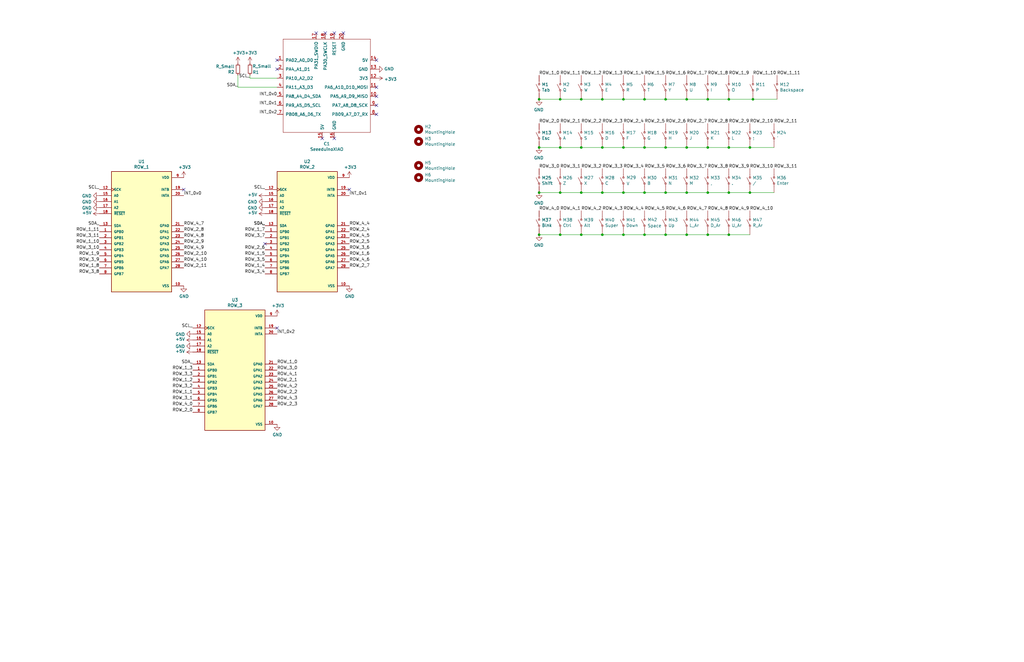
<source format=kicad_sch>
(kicad_sch (version 20211123) (generator eeschema)

  (uuid 51c4dc0a-5b9f-4edf-a83f-4a12881e42ef)

  (paper "B")

  (lib_symbols
    (symbol "Device:R_Small" (pin_numbers hide) (pin_names (offset 0.254) hide) (in_bom yes) (on_board yes)
      (property "Reference" "R" (id 0) (at 0.762 0.508 0)
        (effects (font (size 1.27 1.27)) (justify left))
      )
      (property "Value" "R_Small" (id 1) (at 0.762 -1.016 0)
        (effects (font (size 1.27 1.27)) (justify left))
      )
      (property "Footprint" "" (id 2) (at 0 0 0)
        (effects (font (size 1.27 1.27)) hide)
      )
      (property "Datasheet" "~" (id 3) (at 0 0 0)
        (effects (font (size 1.27 1.27)) hide)
      )
      (property "ki_keywords" "R resistor" (id 4) (at 0 0 0)
        (effects (font (size 1.27 1.27)) hide)
      )
      (property "ki_description" "Resistor, small symbol" (id 5) (at 0 0 0)
        (effects (font (size 1.27 1.27)) hide)
      )
      (property "ki_fp_filters" "R_*" (id 6) (at 0 0 0)
        (effects (font (size 1.27 1.27)) hide)
      )
      (symbol "R_Small_0_1"
        (rectangle (start -0.762 1.778) (end 0.762 -1.778)
          (stroke (width 0.2032) (type default) (color 0 0 0 0))
          (fill (type none))
        )
      )
      (symbol "R_Small_1_1"
        (pin passive line (at 0 2.54 270) (length 0.762)
          (name "~" (effects (font (size 1.27 1.27))))
          (number "1" (effects (font (size 1.27 1.27))))
        )
        (pin passive line (at 0 -2.54 90) (length 0.762)
          (name "~" (effects (font (size 1.27 1.27))))
          (number "2" (effects (font (size 1.27 1.27))))
        )
      )
    )
    (symbol "Mechanical:MountingHole" (pin_names (offset 1.016)) (in_bom yes) (on_board yes)
      (property "Reference" "H" (id 0) (at 0 5.08 0)
        (effects (font (size 1.27 1.27)))
      )
      (property "Value" "MountingHole" (id 1) (at 0 3.175 0)
        (effects (font (size 1.27 1.27)))
      )
      (property "Footprint" "" (id 2) (at 0 0 0)
        (effects (font (size 1.27 1.27)) hide)
      )
      (property "Datasheet" "~" (id 3) (at 0 0 0)
        (effects (font (size 1.27 1.27)) hide)
      )
      (property "ki_keywords" "mounting hole" (id 4) (at 0 0 0)
        (effects (font (size 1.27 1.27)) hide)
      )
      (property "ki_description" "Mounting Hole without connection" (id 5) (at 0 0 0)
        (effects (font (size 1.27 1.27)) hide)
      )
      (property "ki_fp_filters" "MountingHole*" (id 6) (at 0 0 0)
        (effects (font (size 1.27 1.27)) hide)
      )
      (symbol "MountingHole_0_1"
        (circle (center 0 0) (radius 1.27)
          (stroke (width 1.27) (type default) (color 0 0 0 0))
          (fill (type none))
        )
      )
    )
    (symbol "keyboard-rescue:MCP23017T-E_SO-MCP23017-keyboard-rescue" (pin_names (offset 1.016)) (in_bom yes) (on_board yes)
      (property "Reference" "U" (id 0) (at -12.7 25.4 0)
        (effects (font (size 1.27 1.27)) (justify left bottom))
      )
      (property "Value" "MCP23017T-E_SO-MCP23017-keyboard-rescue" (id 1) (at -12.7 -27.94 0)
        (effects (font (size 1.27 1.27)) (justify left bottom))
      )
      (property "Footprint" "SOIC127P1030X265-28N" (id 2) (at 0 0 0)
        (effects (font (size 1.27 1.27)) (justify left bottom) hide)
      )
      (property "Datasheet" "" (id 3) (at 0 0 0)
        (effects (font (size 1.27 1.27)) (justify left bottom) hide)
      )
      (property "STANDARD" "IPC7351B" (id 4) (at 0 0 0)
        (effects (font (size 1.27 1.27)) (justify left bottom) hide)
      )
      (property "MANUFACTURER" "Microchip" (id 5) (at 0 0 0)
        (effects (font (size 1.27 1.27)) (justify left bottom) hide)
      )
      (property "ki_locked" "" (id 6) (at 0 0 0)
        (effects (font (size 1.27 1.27)))
      )
      (symbol "MCP23017T-E_SO-MCP23017-keyboard-rescue_0_0"
        (rectangle (start -12.7 -25.4) (end 12.7 25.4)
          (stroke (width 0.254) (type default) (color 0 0 0 0))
          (fill (type background))
        )
        (pin bidirectional line (at -17.78 0 0) (length 5.08)
          (name "GPB0" (effects (font (size 1.016 1.016))))
          (number "1" (effects (font (size 1.016 1.016))))
        )
        (pin power_in line (at 17.78 -22.86 180) (length 5.08)
          (name "VSS" (effects (font (size 1.016 1.016))))
          (number "10" (effects (font (size 1.016 1.016))))
        )
        (pin input clock (at -17.78 17.78 0) (length 5.08)
          (name "SCK" (effects (font (size 1.016 1.016))))
          (number "12" (effects (font (size 1.016 1.016))))
        )
        (pin bidirectional line (at -17.78 2.54 0) (length 5.08)
          (name "SDA" (effects (font (size 1.016 1.016))))
          (number "13" (effects (font (size 1.016 1.016))))
        )
        (pin input line (at -17.78 15.24 0) (length 5.08)
          (name "A0" (effects (font (size 1.016 1.016))))
          (number "15" (effects (font (size 1.016 1.016))))
        )
        (pin input line (at -17.78 12.7 0) (length 5.08)
          (name "A1" (effects (font (size 1.016 1.016))))
          (number "16" (effects (font (size 1.016 1.016))))
        )
        (pin input line (at -17.78 10.16 0) (length 5.08)
          (name "A2" (effects (font (size 1.016 1.016))))
          (number "17" (effects (font (size 1.016 1.016))))
        )
        (pin input line (at -17.78 7.62 0) (length 5.08)
          (name "~{RESET}" (effects (font (size 1.016 1.016))))
          (number "18" (effects (font (size 1.016 1.016))))
        )
        (pin output line (at 17.78 17.78 180) (length 5.08)
          (name "INTB" (effects (font (size 1.016 1.016))))
          (number "19" (effects (font (size 1.016 1.016))))
        )
        (pin bidirectional line (at -17.78 -2.54 0) (length 5.08)
          (name "GPB1" (effects (font (size 1.016 1.016))))
          (number "2" (effects (font (size 1.016 1.016))))
        )
        (pin output line (at 17.78 15.24 180) (length 5.08)
          (name "INTA" (effects (font (size 1.016 1.016))))
          (number "20" (effects (font (size 1.016 1.016))))
        )
        (pin bidirectional line (at 17.78 2.54 180) (length 5.08)
          (name "GPA0" (effects (font (size 1.016 1.016))))
          (number "21" (effects (font (size 1.016 1.016))))
        )
        (pin bidirectional line (at 17.78 0 180) (length 5.08)
          (name "GPA1" (effects (font (size 1.016 1.016))))
          (number "22" (effects (font (size 1.016 1.016))))
        )
        (pin bidirectional line (at 17.78 -2.54 180) (length 5.08)
          (name "GPA2" (effects (font (size 1.016 1.016))))
          (number "23" (effects (font (size 1.016 1.016))))
        )
        (pin bidirectional line (at 17.78 -5.08 180) (length 5.08)
          (name "GPA3" (effects (font (size 1.016 1.016))))
          (number "24" (effects (font (size 1.016 1.016))))
        )
        (pin bidirectional line (at 17.78 -7.62 180) (length 5.08)
          (name "GPA4" (effects (font (size 1.016 1.016))))
          (number "25" (effects (font (size 1.016 1.016))))
        )
        (pin bidirectional line (at 17.78 -10.16 180) (length 5.08)
          (name "GPA5" (effects (font (size 1.016 1.016))))
          (number "26" (effects (font (size 1.016 1.016))))
        )
        (pin bidirectional line (at 17.78 -12.7 180) (length 5.08)
          (name "GPA6" (effects (font (size 1.016 1.016))))
          (number "27" (effects (font (size 1.016 1.016))))
        )
        (pin bidirectional line (at 17.78 -15.24 180) (length 5.08)
          (name "GPA7" (effects (font (size 1.016 1.016))))
          (number "28" (effects (font (size 1.016 1.016))))
        )
        (pin bidirectional line (at -17.78 -5.08 0) (length 5.08)
          (name "GPB2" (effects (font (size 1.016 1.016))))
          (number "3" (effects (font (size 1.016 1.016))))
        )
        (pin bidirectional line (at -17.78 -7.62 0) (length 5.08)
          (name "GPB3" (effects (font (size 1.016 1.016))))
          (number "4" (effects (font (size 1.016 1.016))))
        )
        (pin bidirectional line (at -17.78 -10.16 0) (length 5.08)
          (name "GPB4" (effects (font (size 1.016 1.016))))
          (number "5" (effects (font (size 1.016 1.016))))
        )
        (pin bidirectional line (at -17.78 -12.7 0) (length 5.08)
          (name "GPB5" (effects (font (size 1.016 1.016))))
          (number "6" (effects (font (size 1.016 1.016))))
        )
        (pin bidirectional line (at -17.78 -15.24 0) (length 5.08)
          (name "GPB6" (effects (font (size 1.016 1.016))))
          (number "7" (effects (font (size 1.016 1.016))))
        )
        (pin bidirectional line (at -17.78 -17.78 0) (length 5.08)
          (name "GPB7" (effects (font (size 1.016 1.016))))
          (number "8" (effects (font (size 1.016 1.016))))
        )
        (pin power_in line (at 17.78 22.86 180) (length 5.08)
          (name "VDD" (effects (font (size 1.016 1.016))))
          (number "9" (effects (font (size 1.016 1.016))))
        )
      )
    )
    (symbol "keyboard-rescue:SWITCH-SPST-2TV-SparkFun-Electromechanical-keyboard-rescue" (pin_numbers hide) (pin_names (offset 1.016) hide) (in_bom yes) (on_board yes)
      (property "Reference" "M" (id 0) (at -5.08 2.54 0)
        (effects (font (size 1.27 1.27)) (justify left bottom))
      )
      (property "Value" "SWITCH-SPST-2TV-SparkFun-Electromechanical-keyboard-rescue" (id 1) (at -5.08 -2.54 0)
        (effects (font (size 1.27 1.27)) (justify left bottom))
      )
      (property "Footprint" "SWITCH-SPST-VERTICAL" (id 2) (at 0.762 3.81 0)
        (effects (font (size 0.508 0.508)) hide)
      )
      (property "Datasheet" "" (id 3) (at 0 0 0)
        (effects (font (size 1.27 1.27)) hide)
      )
      (property "ki_locked" "" (id 4) (at 0 0 0)
        (effects (font (size 1.27 1.27)))
      )
      (property "ki_fp_filters" "*SWITCH-SPST-VERTICAL*" (id 5) (at 0 0 0)
        (effects (font (size 1.27 1.27)) hide)
      )
      (symbol "SWITCH-SPST-2TV-SparkFun-Electromechanical-keyboard-rescue_1_0"
        (polyline
          (pts
            (xy -2.54 0)
            (xy -1.6256 0)
          )
          (stroke (width 0) (type default) (color 0 0 0 0))
          (fill (type none))
        )
        (polyline
          (pts
            (xy -1.27 0)
            (xy 1.27 1.27)
          )
          (stroke (width 0) (type default) (color 0 0 0 0))
          (fill (type none))
        )
        (polyline
          (pts
            (xy 1.27 0)
            (xy 2.54 0)
          )
          (stroke (width 0) (type default) (color 0 0 0 0))
          (fill (type none))
        )
      )
      (symbol "SWITCH-SPST-2TV-SparkFun-Electromechanical-keyboard-rescue_1_1"
        (circle (center -1.27 0) (radius 0.3556)
          (stroke (width 0) (type default) (color 0 0 0 0))
          (fill (type none))
        )
        (circle (center 1.27 0) (radius 0.3556)
          (stroke (width 0) (type default) (color 0 0 0 0))
          (fill (type none))
        )
        (pin passive line (at 5.08 0 180) (length 2.54)
          (name "O" (effects (font (size 1.016 1.016))))
          (number "1" (effects (font (size 1.016 1.016))))
        )
        (pin passive line (at -5.08 0 0) (length 2.54)
          (name "P" (effects (font (size 1.016 1.016))))
          (number "2" (effects (font (size 1.016 1.016))))
        )
      )
    )
    (symbol "keyboard-rescue:SeeeduinoXIAO-RP2040-keyboard-rescue" (pin_names (offset 1.016)) (in_bom yes) (on_board yes)
      (property "Reference" "U" (id 0) (at -19.05 22.86 0)
        (effects (font (size 1.27 1.27)))
      )
      (property "Value" "SeeeduinoXIAO-RP2040-keyboard-rescue" (id 1) (at -12.7 21.59 0)
        (effects (font (size 1.27 1.27)))
      )
      (property "Footprint" "" (id 2) (at -8.89 5.08 0)
        (effects (font (size 1.27 1.27)) hide)
      )
      (property "Datasheet" "" (id 3) (at -8.89 5.08 0)
        (effects (font (size 1.27 1.27)) hide)
      )
      (symbol "SeeeduinoXIAO-RP2040-keyboard-rescue_0_1"
        (rectangle (start -19.05 20.32) (end 17.78 -19.05)
          (stroke (width 0) (type default) (color 0 0 0 0))
          (fill (type none))
        )
      )
      (symbol "SeeeduinoXIAO-RP2040-keyboard-rescue_1_1"
        (pin unspecified line (at -21.59 11.43 0) (length 2.54)
          (name "PA02_A0_D0" (effects (font (size 1.27 1.27))))
          (number "1" (effects (font (size 1.27 1.27))))
        )
        (pin unspecified line (at 20.32 -3.81 180) (length 2.54)
          (name "PA5_A9_D9_MISO" (effects (font (size 1.27 1.27))))
          (number "10" (effects (font (size 1.27 1.27))))
        )
        (pin unspecified line (at 20.32 0 180) (length 2.54)
          (name "PA6_A10_D10_MOSI" (effects (font (size 1.27 1.27))))
          (number "11" (effects (font (size 1.27 1.27))))
        )
        (pin unspecified line (at 20.32 3.81 180) (length 2.54)
          (name "3V3" (effects (font (size 1.27 1.27))))
          (number "12" (effects (font (size 1.27 1.27))))
        )
        (pin unspecified line (at 20.32 7.62 180) (length 2.54)
          (name "GND" (effects (font (size 1.27 1.27))))
          (number "13" (effects (font (size 1.27 1.27))))
        )
        (pin unspecified line (at 20.32 11.43 180) (length 2.54)
          (name "5V" (effects (font (size 1.27 1.27))))
          (number "14" (effects (font (size 1.27 1.27))))
        )
        (pin input line (at -2.54 -21.59 90) (length 2.54)
          (name "5V" (effects (font (size 1.27 1.27))))
          (number "15" (effects (font (size 1.27 1.27))))
        )
        (pin input line (at 2.54 -21.59 90) (length 2.54)
          (name "GND" (effects (font (size 1.27 1.27))))
          (number "16" (effects (font (size 1.27 1.27))))
        )
        (pin input line (at -5.08 22.86 270) (length 2.54)
          (name "PA31_SWDIO" (effects (font (size 1.27 1.27))))
          (number "17" (effects (font (size 1.27 1.27))))
        )
        (pin input line (at -1.27 22.86 270) (length 2.54)
          (name "PA30_SWCLK" (effects (font (size 1.27 1.27))))
          (number "18" (effects (font (size 1.27 1.27))))
        )
        (pin input line (at 2.54 22.86 270) (length 2.54)
          (name "RESET" (effects (font (size 1.27 1.27))))
          (number "19" (effects (font (size 1.27 1.27))))
        )
        (pin unspecified line (at -21.59 7.62 0) (length 2.54)
          (name "PA4_A1_D1" (effects (font (size 1.27 1.27))))
          (number "2" (effects (font (size 1.27 1.27))))
        )
        (pin input line (at 6.35 22.86 270) (length 2.54)
          (name "GND" (effects (font (size 1.27 1.27))))
          (number "20" (effects (font (size 1.27 1.27))))
        )
        (pin unspecified line (at -21.59 3.81 0) (length 2.54)
          (name "PA10_A2_D2" (effects (font (size 1.27 1.27))))
          (number "3" (effects (font (size 1.27 1.27))))
        )
        (pin unspecified line (at -21.59 0 0) (length 2.54)
          (name "PA11_A3_D3" (effects (font (size 1.27 1.27))))
          (number "4" (effects (font (size 1.27 1.27))))
        )
        (pin unspecified line (at -21.59 -3.81 0) (length 2.54)
          (name "PA8_A4_D4_SDA" (effects (font (size 1.27 1.27))))
          (number "5" (effects (font (size 1.27 1.27))))
        )
        (pin unspecified line (at -21.59 -7.62 0) (length 2.54)
          (name "PA9_A5_D5_SCL" (effects (font (size 1.27 1.27))))
          (number "6" (effects (font (size 1.27 1.27))))
        )
        (pin unspecified line (at -21.59 -11.43 0) (length 2.54)
          (name "PB08_A6_D6_TX" (effects (font (size 1.27 1.27))))
          (number "7" (effects (font (size 1.27 1.27))))
        )
        (pin unspecified line (at 20.32 -11.43 180) (length 2.54)
          (name "PB09_A7_D7_RX" (effects (font (size 1.27 1.27))))
          (number "8" (effects (font (size 1.27 1.27))))
        )
        (pin unspecified line (at 20.32 -7.62 180) (length 2.54)
          (name "PA7_A8_D8_SCK" (effects (font (size 1.27 1.27))))
          (number "9" (effects (font (size 1.27 1.27))))
        )
      )
    )
    (symbol "power:+3.3V" (power) (pin_names (offset 0)) (in_bom yes) (on_board yes)
      (property "Reference" "#PWR" (id 0) (at 0 -3.81 0)
        (effects (font (size 1.27 1.27)) hide)
      )
      (property "Value" "+3.3V" (id 1) (at 0 3.556 0)
        (effects (font (size 1.27 1.27)))
      )
      (property "Footprint" "" (id 2) (at 0 0 0)
        (effects (font (size 1.27 1.27)) hide)
      )
      (property "Datasheet" "" (id 3) (at 0 0 0)
        (effects (font (size 1.27 1.27)) hide)
      )
      (property "ki_keywords" "power-flag" (id 4) (at 0 0 0)
        (effects (font (size 1.27 1.27)) hide)
      )
      (property "ki_description" "Power symbol creates a global label with name \"+3.3V\"" (id 5) (at 0 0 0)
        (effects (font (size 1.27 1.27)) hide)
      )
      (symbol "+3.3V_0_1"
        (polyline
          (pts
            (xy -0.762 1.27)
            (xy 0 2.54)
          )
          (stroke (width 0) (type default) (color 0 0 0 0))
          (fill (type none))
        )
        (polyline
          (pts
            (xy 0 0)
            (xy 0 2.54)
          )
          (stroke (width 0) (type default) (color 0 0 0 0))
          (fill (type none))
        )
        (polyline
          (pts
            (xy 0 2.54)
            (xy 0.762 1.27)
          )
          (stroke (width 0) (type default) (color 0 0 0 0))
          (fill (type none))
        )
      )
      (symbol "+3.3V_1_1"
        (pin power_in line (at 0 0 90) (length 0) hide
          (name "+3V3" (effects (font (size 1.27 1.27))))
          (number "1" (effects (font (size 1.27 1.27))))
        )
      )
    )
    (symbol "power:+5V" (power) (pin_names (offset 0)) (in_bom yes) (on_board yes)
      (property "Reference" "#PWR" (id 0) (at 0 -3.81 0)
        (effects (font (size 1.27 1.27)) hide)
      )
      (property "Value" "+5V" (id 1) (at 0 3.556 0)
        (effects (font (size 1.27 1.27)))
      )
      (property "Footprint" "" (id 2) (at 0 0 0)
        (effects (font (size 1.27 1.27)) hide)
      )
      (property "Datasheet" "" (id 3) (at 0 0 0)
        (effects (font (size 1.27 1.27)) hide)
      )
      (property "ki_keywords" "power-flag" (id 4) (at 0 0 0)
        (effects (font (size 1.27 1.27)) hide)
      )
      (property "ki_description" "Power symbol creates a global label with name \"+5V\"" (id 5) (at 0 0 0)
        (effects (font (size 1.27 1.27)) hide)
      )
      (symbol "+5V_0_1"
        (polyline
          (pts
            (xy -0.762 1.27)
            (xy 0 2.54)
          )
          (stroke (width 0) (type default) (color 0 0 0 0))
          (fill (type none))
        )
        (polyline
          (pts
            (xy 0 0)
            (xy 0 2.54)
          )
          (stroke (width 0) (type default) (color 0 0 0 0))
          (fill (type none))
        )
        (polyline
          (pts
            (xy 0 2.54)
            (xy 0.762 1.27)
          )
          (stroke (width 0) (type default) (color 0 0 0 0))
          (fill (type none))
        )
      )
      (symbol "+5V_1_1"
        (pin power_in line (at 0 0 90) (length 0) hide
          (name "+5V" (effects (font (size 1.27 1.27))))
          (number "1" (effects (font (size 1.27 1.27))))
        )
      )
    )
    (symbol "power:GND" (power) (pin_names (offset 0)) (in_bom yes) (on_board yes)
      (property "Reference" "#PWR" (id 0) (at 0 -6.35 0)
        (effects (font (size 1.27 1.27)) hide)
      )
      (property "Value" "GND" (id 1) (at 0 -3.81 0)
        (effects (font (size 1.27 1.27)))
      )
      (property "Footprint" "" (id 2) (at 0 0 0)
        (effects (font (size 1.27 1.27)) hide)
      )
      (property "Datasheet" "" (id 3) (at 0 0 0)
        (effects (font (size 1.27 1.27)) hide)
      )
      (property "ki_keywords" "power-flag" (id 4) (at 0 0 0)
        (effects (font (size 1.27 1.27)) hide)
      )
      (property "ki_description" "Power symbol creates a global label with name \"GND\" , ground" (id 5) (at 0 0 0)
        (effects (font (size 1.27 1.27)) hide)
      )
      (symbol "GND_0_1"
        (polyline
          (pts
            (xy 0 0)
            (xy 0 -1.27)
            (xy 1.27 -1.27)
            (xy 0 -2.54)
            (xy -1.27 -1.27)
            (xy 0 -1.27)
          )
          (stroke (width 0) (type default) (color 0 0 0 0))
          (fill (type none))
        )
      )
      (symbol "GND_1_1"
        (pin power_in line (at 0 0 270) (length 0) hide
          (name "GND" (effects (font (size 1.27 1.27))))
          (number "1" (effects (font (size 1.27 1.27))))
        )
      )
    )
  )

  (junction (at 289.56 99.06) (diameter 0) (color 0 0 0 0)
    (uuid 00f3ea8b-8a54-4e56-84ff-d98f6c00496c)
  )
  (junction (at 271.78 62.23) (diameter 0) (color 0 0 0 0)
    (uuid 0bcafe80-ffba-4f1e-ae51-95a595b006db)
  )
  (junction (at 271.78 81.28) (diameter 0) (color 0 0 0 0)
    (uuid 155b0b7c-70b4-4a26-a550-bac13cab0aa4)
  )
  (junction (at 298.45 41.91) (diameter 0) (color 0 0 0 0)
    (uuid 15fe8f3d-6077-4e0e-81d0-8ec3f4538981)
  )
  (junction (at 298.45 99.06) (diameter 0) (color 0 0 0 0)
    (uuid 221bef83-3ea7-4d3f-adeb-53a8a07c6273)
  )
  (junction (at 245.11 99.06) (diameter 0) (color 0 0 0 0)
    (uuid 2891767f-251c-48c4-91c0-deb1b368f45c)
  )
  (junction (at 280.67 41.91) (diameter 0) (color 0 0 0 0)
    (uuid 35a9f71f-ba35-47f6-814e-4106ac36c51e)
  )
  (junction (at 271.78 99.06) (diameter 0) (color 0 0 0 0)
    (uuid 411d4270-c66c-4318-b7fb-1470d34862b8)
  )
  (junction (at 307.34 99.06) (diameter 0) (color 0 0 0 0)
    (uuid 4ba06b66-7669-4c70-b585-f5d4c9c33527)
  )
  (junction (at 262.89 81.28) (diameter 0) (color 0 0 0 0)
    (uuid 4f411f68-04bd-4175-a406-bcaa4cf6601e)
  )
  (junction (at 307.34 81.28) (diameter 0) (color 0 0 0 0)
    (uuid 61fe4c73-be59-4519-98f1-a634322a841d)
  )
  (junction (at 316.23 81.28) (diameter 0) (color 0 0 0 0)
    (uuid 699feae1-8cdd-4d2b-947f-f24849c73cdb)
  )
  (junction (at 245.11 81.28) (diameter 0) (color 0 0 0 0)
    (uuid 6f675e5f-8fe6-4148-baf1-da97afc770f8)
  )
  (junction (at 289.56 81.28) (diameter 0) (color 0 0 0 0)
    (uuid 70e4263f-d95a-4431-b3f3-cfc800c82056)
  )
  (junction (at 254 99.06) (diameter 0) (color 0 0 0 0)
    (uuid 71f92193-19b0-44ed-bc7f-77535083d769)
  )
  (junction (at 262.89 99.06) (diameter 0) (color 0 0 0 0)
    (uuid 795e68e2-c9ba-45cf-9bff-89b8fae05b5a)
  )
  (junction (at 317.5 41.91) (diameter 0) (color 0 0 0 0)
    (uuid 7a4ce4b3-518a-4819-b8b2-5127b3347c64)
  )
  (junction (at 227.33 41.91) (diameter 0) (color 0 0 0 0)
    (uuid 7f2301df-e4bc-479e-a681-cc59c9a2dbbb)
  )
  (junction (at 254 41.91) (diameter 0) (color 0 0 0 0)
    (uuid 7f52d787-caa3-4a92-b1b2-19d554dc29a4)
  )
  (junction (at 262.89 62.23) (diameter 0) (color 0 0 0 0)
    (uuid 86dc7a78-7d51-4111-9eea-8a8f7977eb16)
  )
  (junction (at 236.22 62.23) (diameter 0) (color 0 0 0 0)
    (uuid 88d2c4b8-79f2-4e8b-9f70-b7e0ed9c70f8)
  )
  (junction (at 254 81.28) (diameter 0) (color 0 0 0 0)
    (uuid 917920ab-0c6e-4927-974d-ef342cdd4f63)
  )
  (junction (at 227.33 81.28) (diameter 0) (color 0 0 0 0)
    (uuid 9a0b74a5-4879-4b51-8e8e-6d85a0107422)
  )
  (junction (at 289.56 41.91) (diameter 0) (color 0 0 0 0)
    (uuid 9b3c58a7-a9b9-4498-abc0-f9f43e4f0292)
  )
  (junction (at 245.11 41.91) (diameter 0) (color 0 0 0 0)
    (uuid a6b7df29-bcf8-46a9-b623-7eaac47f5110)
  )
  (junction (at 298.45 62.23) (diameter 0) (color 0 0 0 0)
    (uuid aa79024d-ca7e-4c24-b127-7df08bbd0c75)
  )
  (junction (at 227.33 99.06) (diameter 0) (color 0 0 0 0)
    (uuid af347946-e3da-4427-87ab-77b747929f50)
  )
  (junction (at 254 62.23) (diameter 0) (color 0 0 0 0)
    (uuid bb4b1afc-c46e-451d-8dad-36b7dec82f26)
  )
  (junction (at 298.45 81.28) (diameter 0) (color 0 0 0 0)
    (uuid c0c2eb8e-f6d1-4506-8e6b-4f995ad74c1f)
  )
  (junction (at 289.56 62.23) (diameter 0) (color 0 0 0 0)
    (uuid c49d23ab-146d-4089-864f-2d22b5b414b9)
  )
  (junction (at 271.78 41.91) (diameter 0) (color 0 0 0 0)
    (uuid c701ee8e-1214-4781-a973-17bef7b6e3eb)
  )
  (junction (at 262.89 41.91) (diameter 0) (color 0 0 0 0)
    (uuid c8029a4c-945d-42ca-871a-dd73ff50a1a3)
  )
  (junction (at 280.67 99.06) (diameter 0) (color 0 0 0 0)
    (uuid c8b92953-cd23-44e6-85ce-083fb8c3f20f)
  )
  (junction (at 236.22 41.91) (diameter 0) (color 0 0 0 0)
    (uuid d9c6d5d2-0b49-49ba-a970-cd2c32f74c54)
  )
  (junction (at 280.67 62.23) (diameter 0) (color 0 0 0 0)
    (uuid da25bf79-0abb-4fac-a221-ca5c574dfc29)
  )
  (junction (at 227.33 62.23) (diameter 0) (color 0 0 0 0)
    (uuid e1c30a32-820e-4b17-aec9-5cb8b76f0ccc)
  )
  (junction (at 307.34 41.91) (diameter 0) (color 0 0 0 0)
    (uuid e65b62be-e01b-4688-a999-1d1be370c4ae)
  )
  (junction (at 236.22 99.06) (diameter 0) (color 0 0 0 0)
    (uuid e7e08b48-3d04-49da-8349-6de530a20c67)
  )
  (junction (at 236.22 81.28) (diameter 0) (color 0 0 0 0)
    (uuid eae14f5f-515c-4a6f-ad0e-e8ef233d14bf)
  )
  (junction (at 316.23 62.23) (diameter 0) (color 0 0 0 0)
    (uuid f66398f1-1ae7-4d4d-939f-958c174c6bce)
  )
  (junction (at 307.34 62.23) (diameter 0) (color 0 0 0 0)
    (uuid f78e02cd-9600-4173-be8d-67e530b5d19f)
  )
  (junction (at 245.11 62.23) (diameter 0) (color 0 0 0 0)
    (uuid f8fc38ec-0b98-40bc-ae2f-e5cc29973bca)
  )
  (junction (at 280.67 81.28) (diameter 0) (color 0 0 0 0)
    (uuid fbe8ebfc-2a8e-4eb8-85c5-38ddeaa5dd00)
  )

  (no_connect (at 140.97 13.97) (uuid 0b21a65d-d20b-411e-920a-75c343ac5136))
  (no_connect (at 116.84 138.43) (uuid 0e1ed1c5-7428-4dc7-b76e-49b2d5f8177d))
  (no_connect (at 140.97 58.42) (uuid 0f22151c-f260-4674-b486-4710a2c42a55))
  (no_connect (at 147.32 80.01) (uuid 14c51520-6d91-4098-a59a-5121f2a898f7))
  (no_connect (at 158.75 48.26) (uuid 181abe7a-f941-42b6-bd46-aaa3131f90fb))
  (no_connect (at 135.89 58.42) (uuid 1831fb37-1c5d-42c4-b898-151be6fca9dc))
  (no_connect (at 137.16 13.97) (uuid 3cd1bda0-18db-417d-b581-a0c50623df68))
  (no_connect (at 158.75 36.83) (uuid 9340c285-5767-42d5-8b6d-63fe2a40ddf3))
  (no_connect (at 158.75 40.64) (uuid c41b3c8b-634e-435a-b582-96b83bbd4032))
  (no_connect (at 158.75 44.45) (uuid ce83728b-bebd-48c2-8734-b6a50d837931))
  (no_connect (at 111.76 102.87) (uuid d3d57924-54a6-421d-a3a0-a044fc909e88))
  (no_connect (at 158.75 25.4) (uuid d4db7f11-8cfe-40d2-b021-b36f05241701))
  (no_connect (at 133.35 13.97) (uuid d57dcfee-5058-4fc2-a68b-05f9a48f685b))
  (no_connect (at 116.84 25.4) (uuid e091e263-c616-48ef-a460-465c70218987))
  (no_connect (at 77.47 80.01) (uuid f40d350f-0d3e-4f8a-b004-d950f2f8f1ba))
  (no_connect (at 116.84 29.21) (uuid f73b5500-6337-4860-a114-6e307f65ec9f))
  (no_connect (at 144.78 13.97) (uuid fe8d9267-7834-48d6-a191-c8724b2ee78d))

  (wire (pts (xy 289.56 99.06) (xy 280.67 99.06))
    (stroke (width 0) (type default) (color 0 0 0 0))
    (uuid 009b5465-0a65-4237-93e7-eb65321eeb18)
  )
  (wire (pts (xy 280.67 81.28) (xy 271.78 81.28))
    (stroke (width 0) (type default) (color 0 0 0 0))
    (uuid 00e38d63-5436-49db-81f5-697421f168fc)
  )
  (wire (pts (xy 271.78 62.23) (xy 262.89 62.23))
    (stroke (width 0) (type default) (color 0 0 0 0))
    (uuid 026ac84e-b8b2-4dd2-b675-8323c24fd778)
  )
  (wire (pts (xy 271.78 99.06) (xy 262.89 99.06))
    (stroke (width 0) (type default) (color 0 0 0 0))
    (uuid 0520f61d-4522-4301-a3fa-8ed0bf060f69)
  )
  (wire (pts (xy 316.23 62.23) (xy 307.34 62.23))
    (stroke (width 0) (type default) (color 0 0 0 0))
    (uuid 088f77ba-fca9-42b3-876e-a6937267f957)
  )
  (wire (pts (xy 254 41.91) (xy 262.89 41.91))
    (stroke (width 0) (type default) (color 0 0 0 0))
    (uuid 101ef598-601d-400e-9ef6-d655fbb1dbfa)
  )
  (wire (pts (xy 254 99.06) (xy 245.11 99.06))
    (stroke (width 0) (type default) (color 0 0 0 0))
    (uuid 143ed874-a01f-4ced-ba4e-bbb66ddd1f70)
  )
  (wire (pts (xy 100.33 31.75) (xy 100.33 36.83))
    (stroke (width 0) (type default) (color 0 0 0 0))
    (uuid 1e1b062d-fad0-427c-a622-c5b8a80b5268)
  )
  (wire (pts (xy 262.89 81.28) (xy 254 81.28))
    (stroke (width 0) (type default) (color 0 0 0 0))
    (uuid 1fa508ef-df83-4c99-846b-9acf535b3ad9)
  )
  (wire (pts (xy 298.45 62.23) (xy 289.56 62.23))
    (stroke (width 0) (type default) (color 0 0 0 0))
    (uuid 26801cfb-b53b-4a6a-a2f4-5f4986565765)
  )
  (wire (pts (xy 280.67 62.23) (xy 271.78 62.23))
    (stroke (width 0) (type default) (color 0 0 0 0))
    (uuid 34cdc1c9-c9e2-44c4-9677-c1c7d7efd83d)
  )
  (wire (pts (xy 245.11 62.23) (xy 236.22 62.23))
    (stroke (width 0) (type default) (color 0 0 0 0))
    (uuid 34d03349-6d78-4165-a683-2d8b76f2bae8)
  )
  (wire (pts (xy 254 62.23) (xy 245.11 62.23))
    (stroke (width 0) (type default) (color 0 0 0 0))
    (uuid 37b6c6d6-3e12-4736-912a-ea6e2bf06721)
  )
  (wire (pts (xy 289.56 81.28) (xy 280.67 81.28))
    (stroke (width 0) (type default) (color 0 0 0 0))
    (uuid 38a501e2-0ee8-439d-bd02-e9e90e7503e9)
  )
  (wire (pts (xy 271.78 81.28) (xy 262.89 81.28))
    (stroke (width 0) (type default) (color 0 0 0 0))
    (uuid 399fc36a-ed5d-44b5-82f7-c6f83d9acc14)
  )
  (wire (pts (xy 271.78 41.91) (xy 280.67 41.91))
    (stroke (width 0) (type default) (color 0 0 0 0))
    (uuid 5b34a16c-5a14-4291-8242-ea6d6ac54372)
  )
  (wire (pts (xy 116.84 33.02) (xy 105.41 33.02))
    (stroke (width 0) (type default) (color 0 0 0 0))
    (uuid 5fc27c35-3e1c-4f96-817c-93b5570858a6)
  )
  (wire (pts (xy 307.34 99.06) (xy 298.45 99.06))
    (stroke (width 0) (type default) (color 0 0 0 0))
    (uuid 60ff6322-62e2-4602-9bc0-7a0f0a5ecfbf)
  )
  (wire (pts (xy 227.33 41.91) (xy 236.22 41.91))
    (stroke (width 0) (type default) (color 0 0 0 0))
    (uuid 65134029-dbd2-409a-85a8-13c2a33ff019)
  )
  (wire (pts (xy 262.89 41.91) (xy 271.78 41.91))
    (stroke (width 0) (type default) (color 0 0 0 0))
    (uuid 6781326c-6e0d-4753-8f28-0f5c687e01f9)
  )
  (wire (pts (xy 116.84 36.83) (xy 100.33 36.83))
    (stroke (width 0) (type default) (color 0 0 0 0))
    (uuid 6c9b793c-e74d-4754-a2c0-901e73b26f1c)
  )
  (wire (pts (xy 236.22 81.28) (xy 227.33 81.28))
    (stroke (width 0) (type default) (color 0 0 0 0))
    (uuid 6e435cd4-da2b-4602-a0aa-5dd988834dff)
  )
  (wire (pts (xy 307.34 62.23) (xy 298.45 62.23))
    (stroke (width 0) (type default) (color 0 0 0 0))
    (uuid 6f80f798-dc24-438f-a1eb-4ee2936267c8)
  )
  (wire (pts (xy 326.39 81.28) (xy 316.23 81.28))
    (stroke (width 0) (type default) (color 0 0 0 0))
    (uuid 71989e06-8659-4605-b2da-4f729cc41263)
  )
  (wire (pts (xy 298.45 41.91) (xy 307.34 41.91))
    (stroke (width 0) (type default) (color 0 0 0 0))
    (uuid 814763c2-92e5-4a2c-941c-9bbd073f6e87)
  )
  (wire (pts (xy 307.34 41.91) (xy 317.5 41.91))
    (stroke (width 0) (type default) (color 0 0 0 0))
    (uuid 82be7aae-5d06-4178-8c3e-98760c41b054)
  )
  (wire (pts (xy 326.39 62.23) (xy 316.23 62.23))
    (stroke (width 0) (type default) (color 0 0 0 0))
    (uuid 89c0bc4d-eee5-4a77-ac35-d30b35db5cbe)
  )
  (wire (pts (xy 254 81.28) (xy 245.11 81.28))
    (stroke (width 0) (type default) (color 0 0 0 0))
    (uuid 8fc062a7-114d-48eb-a8f8-71128838f380)
  )
  (wire (pts (xy 262.89 99.06) (xy 254 99.06))
    (stroke (width 0) (type default) (color 0 0 0 0))
    (uuid 8fcec304-c6b1-4655-8326-beacd0476953)
  )
  (wire (pts (xy 236.22 99.06) (xy 227.33 99.06))
    (stroke (width 0) (type default) (color 0 0 0 0))
    (uuid 9bac9ad3-a7b9-47f0-87c7-d8630653df68)
  )
  (wire (pts (xy 236.22 62.23) (xy 227.33 62.23))
    (stroke (width 0) (type default) (color 0 0 0 0))
    (uuid a7531a95-7ca1-4f34-955e-18120cec99e6)
  )
  (wire (pts (xy 245.11 41.91) (xy 254 41.91))
    (stroke (width 0) (type default) (color 0 0 0 0))
    (uuid a8447faf-e0a0-4c4a-ae53-4d4b28669151)
  )
  (wire (pts (xy 317.5 41.91) (xy 327.66 41.91))
    (stroke (width 0) (type default) (color 0 0 0 0))
    (uuid a9b3f6e4-7a6d-4ae8-ad28-3d8458e0ca1a)
  )
  (wire (pts (xy 298.45 99.06) (xy 289.56 99.06))
    (stroke (width 0) (type default) (color 0 0 0 0))
    (uuid b52d6ff3-fef1-496e-8dd5-ebb89b6bce6a)
  )
  (wire (pts (xy 316.23 99.06) (xy 307.34 99.06))
    (stroke (width 0) (type default) (color 0 0 0 0))
    (uuid b6cd701f-4223-4e72-a305-466869ccb250)
  )
  (wire (pts (xy 280.67 99.06) (xy 271.78 99.06))
    (stroke (width 0) (type default) (color 0 0 0 0))
    (uuid bc0dbc57-3ae8-4ce5-a05c-2d6003bba475)
  )
  (wire (pts (xy 280.67 41.91) (xy 289.56 41.91))
    (stroke (width 0) (type default) (color 0 0 0 0))
    (uuid c094494a-f6f7-43fc-a007-4951484ddf3a)
  )
  (wire (pts (xy 289.56 62.23) (xy 280.67 62.23))
    (stroke (width 0) (type default) (color 0 0 0 0))
    (uuid c7af8405-da2e-4a34-b9b8-518f342f8995)
  )
  (wire (pts (xy 245.11 81.28) (xy 236.22 81.28))
    (stroke (width 0) (type default) (color 0 0 0 0))
    (uuid d69a5fdf-de15-4ec9-94f6-f9ee2f4b69fa)
  )
  (wire (pts (xy 105.41 33.02) (xy 105.41 31.75))
    (stroke (width 0) (type default) (color 0 0 0 0))
    (uuid d8603679-3e7b-4337-8dbc-1827f5f54d8a)
  )
  (wire (pts (xy 316.23 81.28) (xy 307.34 81.28))
    (stroke (width 0) (type default) (color 0 0 0 0))
    (uuid d88958ac-68cd-4955-a63f-0eaa329dec86)
  )
  (wire (pts (xy 236.22 41.91) (xy 245.11 41.91))
    (stroke (width 0) (type default) (color 0 0 0 0))
    (uuid e1535036-5d36-405f-bb86-3819621c4f23)
  )
  (wire (pts (xy 262.89 62.23) (xy 254 62.23))
    (stroke (width 0) (type default) (color 0 0 0 0))
    (uuid e32ee344-1030-4498-9cac-bfbf7540faf4)
  )
  (wire (pts (xy 289.56 41.91) (xy 298.45 41.91))
    (stroke (width 0) (type default) (color 0 0 0 0))
    (uuid e40e8cef-4fb0-4fc3-be09-3875b2cc8469)
  )
  (wire (pts (xy 307.34 81.28) (xy 298.45 81.28))
    (stroke (width 0) (type default) (color 0 0 0 0))
    (uuid e5864fe6-2a71-47f0-90ce-38c3f8901580)
  )
  (wire (pts (xy 298.45 81.28) (xy 289.56 81.28))
    (stroke (width 0) (type default) (color 0 0 0 0))
    (uuid f9c81c26-f253-4227-a69f-53e64841cfbe)
  )
  (wire (pts (xy 245.11 99.06) (xy 236.22 99.06))
    (stroke (width 0) (type default) (color 0 0 0 0))
    (uuid fd3499d5-6fd2-49a4-bdb0-109cee899fde)
  )

  (label "ROW_3_4" (at 262.89 71.12 0)
    (effects (font (size 1.27 1.27)) (justify left bottom))
    (uuid 0325ec43-0390-4ae2-b055-b1ec6ce17b1c)
  )
  (label "ROW_1_0" (at 227.33 31.75 0)
    (effects (font (size 1.27 1.27)) (justify left bottom))
    (uuid 03c52831-5dc5-43c5-a442-8d23643b46fb)
  )
  (label "ROW_3_6" (at 280.67 71.12 0)
    (effects (font (size 1.27 1.27)) (justify left bottom))
    (uuid 057af6bb-cf6f-4bfb-b0c0-2e92a2c09a47)
  )
  (label "ROW_1_3" (at 81.28 156.21 180)
    (effects (font (size 1.27 1.27)) (justify right bottom))
    (uuid 097edb1b-8998-4e70-b670-bba125982348)
  )
  (label "ROW_1_10" (at 317.5 31.75 0)
    (effects (font (size 1.27 1.27)) (justify left bottom))
    (uuid 099096e4-8c2a-4d84-a16f-06b4b6330e7a)
  )
  (label "ROW_3_6" (at 147.32 105.41 0)
    (effects (font (size 1.27 1.27)) (justify left bottom))
    (uuid 0ce8d3ab-2662-4158-8a2a-18b782908fc5)
  )
  (label "SDA_" (at 81.28 153.67 180)
    (effects (font (size 1.27 1.27)) (justify right bottom))
    (uuid 0d0bb7b2-a6e5-46d2-9492-a1aa6e5a7b2f)
  )
  (label "ROW_3_4" (at 111.76 115.57 180)
    (effects (font (size 1.27 1.27)) (justify right bottom))
    (uuid 0e8f7fc0-2ef2-4b90-9c15-8a3a601ee459)
  )
  (label "SDA_" (at 41.91 95.25 180)
    (effects (font (size 1.27 1.27)) (justify right bottom))
    (uuid 1199146e-a60b-416a-b503-e77d6d2892f9)
  )
  (label "ROW_3_9" (at 307.34 71.12 0)
    (effects (font (size 1.27 1.27)) (justify left bottom))
    (uuid 173f6f06-e7d0-42ac-ab03-ce6b79b9eeee)
  )
  (label "ROW_2_0" (at 227.33 52.07 0)
    (effects (font (size 1.27 1.27)) (justify left bottom))
    (uuid 20c315f4-1e4f-49aa-8d61-778a7389df7e)
  )
  (label "ROW_4_7" (at 289.56 88.9 0)
    (effects (font (size 1.27 1.27)) (justify left bottom))
    (uuid 20cca02e-4c4d-4961-b6b4-b40a1731b220)
  )
  (label "ROW_4_3" (at 254 88.9 0)
    (effects (font (size 1.27 1.27)) (justify left bottom))
    (uuid 240c10af-51b5-420e-a6f4-a2c8f5db1db5)
  )
  (label "ROW_2_4" (at 262.89 52.07 0)
    (effects (font (size 1.27 1.27)) (justify left bottom))
    (uuid 27d56953-c620-4d5b-9c1c-e48bc3d9684a)
  )
  (label "ROW_3_7" (at 111.76 100.33 180)
    (effects (font (size 1.27 1.27)) (justify right bottom))
    (uuid 29195ea4-8218-44a1-b4bf-466bee0082e4)
  )
  (label "ROW_2_9" (at 307.34 52.07 0)
    (effects (font (size 1.27 1.27)) (justify left bottom))
    (uuid 29e058a7-50a3-43e5-81c3-bfee53da08be)
  )
  (label "ROW_1_2" (at 245.11 31.75 0)
    (effects (font (size 1.27 1.27)) (justify left bottom))
    (uuid 29e78086-2175-405e-9ba3-c48766d2f50c)
  )
  (label "INT_0x1" (at 147.32 82.55 0)
    (effects (font (size 1.27 1.27)) (justify left bottom))
    (uuid 2d210a96-f81f-42a9-8bf4-1b43c11086f3)
  )
  (label "ROW_1_0" (at 116.84 153.67 0)
    (effects (font (size 1.27 1.27)) (justify left bottom))
    (uuid 2d67a417-188f-4014-9282-000265d80009)
  )
  (label "ROW_4_2" (at 245.11 88.9 0)
    (effects (font (size 1.27 1.27)) (justify left bottom))
    (uuid 2d697cf0-e02e-4ed1-a048-a704dab0ee43)
  )
  (label "ROW_3_10" (at 316.23 71.12 0)
    (effects (font (size 1.27 1.27)) (justify left bottom))
    (uuid 2e842263-c0ba-46fd-a760-6624d4c78278)
  )
  (label "ROW_4_7" (at 77.47 95.25 0)
    (effects (font (size 1.27 1.27)) (justify left bottom))
    (uuid 309b3bff-19c8-41ec-a84d-63399c649f46)
  )
  (label "SDA_" (at 111.76 95.25 180)
    (effects (font (size 1.27 1.27)) (justify right bottom))
    (uuid 3326423d-8df7-4a7e-a354-349430b8fbd7)
  )
  (label "ROW_2_8" (at 298.45 52.07 0)
    (effects (font (size 1.27 1.27)) (justify left bottom))
    (uuid 382ca670-6ae8-4de6-90f9-f241d1337171)
  )
  (label "SDA_" (at 100.33 36.83 180)
    (effects (font (size 1.27 1.27)) (justify right bottom))
    (uuid 3b838d52-596d-4e4d-a6ac-e4c8e7621137)
  )
  (label "ROW_4_9" (at 77.47 105.41 0)
    (effects (font (size 1.27 1.27)) (justify left bottom))
    (uuid 3f43d730-2a73-49fe-9672-32428e7f5b49)
  )
  (label "ROW_2_7" (at 289.56 52.07 0)
    (effects (font (size 1.27 1.27)) (justify left bottom))
    (uuid 3fd54105-4b7e-4004-9801-76ec66108a22)
  )
  (label "ROW_4_0" (at 227.33 88.9 0)
    (effects (font (size 1.27 1.27)) (justify left bottom))
    (uuid 40b14a16-fb82-4b9d-89dd-55cd98abb5cc)
  )
  (label "INT_0x0" (at 77.47 82.55 0)
    (effects (font (size 1.27 1.27)) (justify left bottom))
    (uuid 44d8279a-9cd1-4db6-856f-0363131605fc)
  )
  (label "ROW_3_8" (at 298.45 71.12 0)
    (effects (font (size 1.27 1.27)) (justify left bottom))
    (uuid 4632212f-13ce-4392-bc68-ccb9ba333770)
  )
  (label "ROW_1_2" (at 81.28 161.29 180)
    (effects (font (size 1.27 1.27)) (justify right bottom))
    (uuid 477311b9-8f81-40c8-9c55-fd87e287247a)
  )
  (label "ROW_1_11" (at 41.91 97.79 180)
    (effects (font (size 1.27 1.27)) (justify right bottom))
    (uuid 477892a1-722e-4cda-bb6c-fcdb8ba5f93e)
  )
  (label "ROW_1_9" (at 41.91 107.95 180)
    (effects (font (size 1.27 1.27)) (justify right bottom))
    (uuid 479331ff-c540-41f4-84e6-b48d65171e59)
  )
  (label "ROW_1_4" (at 262.89 31.75 0)
    (effects (font (size 1.27 1.27)) (justify left bottom))
    (uuid 4c8eb964-bdf4-44de-90e9-e2ab82dd5313)
  )
  (label "ROW_3_3" (at 81.28 158.75 180)
    (effects (font (size 1.27 1.27)) (justify right bottom))
    (uuid 4d4fecdd-be4a-47e9-9085-2268d5852d8f)
  )
  (label "ROW_3_8" (at 41.91 115.57 180)
    (effects (font (size 1.27 1.27)) (justify right bottom))
    (uuid 4d586a18-26c5-441e-a9ff-8125ee516126)
  )
  (label "SCL_" (at 111.76 80.01 180)
    (effects (font (size 1.27 1.27)) (justify right bottom))
    (uuid 4e3d7c0d-12e3-42f2-b944-e4bcdbbcac2a)
  )
  (label "ROW_1_4" (at 111.76 113.03 180)
    (effects (font (size 1.27 1.27)) (justify right bottom))
    (uuid 4ec618ae-096f-4256-9328-005ee04f13d6)
  )
  (label "ROW_4_4" (at 262.89 88.9 0)
    (effects (font (size 1.27 1.27)) (justify left bottom))
    (uuid 503dbd88-3e6b-48cc-a2ea-a6e28b52a1f7)
  )
  (label "ROW_3_2" (at 245.11 71.12 0)
    (effects (font (size 1.27 1.27)) (justify left bottom))
    (uuid 576c6616-e95d-4f1e-8ead-dea30fcdc8c2)
  )
  (label "ROW_4_5" (at 271.78 88.9 0)
    (effects (font (size 1.27 1.27)) (justify left bottom))
    (uuid 592f25e6-a01b-47fd-8172-3da01117d00a)
  )
  (label "ROW_4_8" (at 298.45 88.9 0)
    (effects (font (size 1.27 1.27)) (justify left bottom))
    (uuid 59ec3156-036e-4049-89db-91a9dd07095f)
  )
  (label "SCL_" (at 41.91 80.01 180)
    (effects (font (size 1.27 1.27)) (justify right bottom))
    (uuid 5b2b5c7d-f943-4634-9f0a-e9561705c49d)
  )
  (label "ROW_2_10" (at 316.23 52.07 0)
    (effects (font (size 1.27 1.27)) (justify left bottom))
    (uuid 5cf2db29-f7ab-499a-9907-cdeba64bf0f3)
  )
  (label "ROW_2_10" (at 77.47 107.95 0)
    (effects (font (size 1.27 1.27)) (justify left bottom))
    (uuid 5d9921f1-08b3-4cc9-8cf7-e9a72ca2fdb7)
  )
  (label "ROW_1_7" (at 111.76 97.79 180)
    (effects (font (size 1.27 1.27)) (justify right bottom))
    (uuid 6284122b-79c3-4e04-925e-3d32cc3ec077)
  )
  (label "INT_0x1" (at 116.84 44.45 180)
    (effects (font (size 1.27 1.27)) (justify right bottom))
    (uuid 66116376-6967-4178-9f23-a26cdeafc400)
  )
  (label "ROW_1_6" (at 147.32 107.95 0)
    (effects (font (size 1.27 1.27)) (justify left bottom))
    (uuid 67763d19-f622-4e1e-81e5-5b24da7c3f99)
  )
  (label "ROW_4_10" (at 316.23 88.9 0)
    (effects (font (size 1.27 1.27)) (justify left bottom))
    (uuid 6a2b20ae-096c-4d9f-92f8-2087c865914f)
  )
  (label "ROW_2_6" (at 280.67 52.07 0)
    (effects (font (size 1.27 1.27)) (justify left bottom))
    (uuid 6fd4442e-30b3-428b-9306-61418a63d311)
  )
  (label "INT_0x0" (at 116.84 40.64 180)
    (effects (font (size 1.27 1.27)) (justify right bottom))
    (uuid 749dfe75-c0d6-4872-9330-29c5bbcb8ff8)
  )
  (label "ROW_3_3" (at 254 71.12 0)
    (effects (font (size 1.27 1.27)) (justify left bottom))
    (uuid 7b044939-8c4d-444f-b9e0-a15fcdeb5a86)
  )
  (label "ROW_2_1" (at 236.22 52.07 0)
    (effects (font (size 1.27 1.27)) (justify left bottom))
    (uuid 7e0a03ae-d054-4f76-a131-5c09b8dc1636)
  )
  (label "ROW_3_2" (at 81.28 163.83 180)
    (effects (font (size 1.27 1.27)) (justify right bottom))
    (uuid 8458d41c-5d62-455d-b6e1-9f718c0faac9)
  )
  (label "ROW_1_1" (at 81.28 166.37 180)
    (effects (font (size 1.27 1.27)) (justify right bottom))
    (uuid 84e5506c-143e-495f-9aa4-d3a71622f213)
  )
  (label "ROW_1_11" (at 327.66 31.75 0)
    (effects (font (size 1.27 1.27)) (justify left bottom))
    (uuid 87d7448e-e139-4209-ae0b-372f805267da)
  )
  (label "ROW_3_1" (at 236.22 71.12 0)
    (effects (font (size 1.27 1.27)) (justify left bottom))
    (uuid 89e83c2e-e90a-4a50-b278-880bac0cfb49)
  )
  (label "ROW_3_11" (at 326.39 71.12 0)
    (effects (font (size 1.27 1.27)) (justify left bottom))
    (uuid 8c0807a7-765b-4fa5-baaa-e09a2b610e6b)
  )
  (label "ROW_2_5" (at 271.78 52.07 0)
    (effects (font (size 1.27 1.27)) (justify left bottom))
    (uuid 8d0c1d66-35ef-4a53-a28f-436a11b54f42)
  )
  (label "ROW_3_1" (at 81.28 168.91 180)
    (effects (font (size 1.27 1.27)) (justify right bottom))
    (uuid 8de2d84c-ff45-4d4f-bc49-c166f6ae6b91)
  )
  (label "ROW_4_8" (at 77.47 100.33 0)
    (effects (font (size 1.27 1.27)) (justify left bottom))
    (uuid 9186dae5-6dc3-4744-9f90-e697559c6ac8)
  )
  (label "ROW_3_9" (at 41.91 110.49 180)
    (effects (font (size 1.27 1.27)) (justify right bottom))
    (uuid 9186fd02-f30d-4e17-aa38-378ab73e3908)
  )
  (label "ROW_2_3" (at 254 52.07 0)
    (effects (font (size 1.27 1.27)) (justify left bottom))
    (uuid 9193c41e-d425-447d-b95c-6986d66ea01c)
  )
  (label "ROW_2_5" (at 147.32 102.87 0)
    (effects (font (size 1.27 1.27)) (justify left bottom))
    (uuid 92035a88-6c95-4a61-bd8a-cb8dd9e5018a)
  )
  (label "ROW_3_0" (at 116.84 156.21 0)
    (effects (font (size 1.27 1.27)) (justify left bottom))
    (uuid 935057d5-6882-4c15-9a35-54677912ba12)
  )
  (label "ROW_3_5" (at 271.78 71.12 0)
    (effects (font (size 1.27 1.27)) (justify left bottom))
    (uuid 935f462d-8b1e-4005-9f1e-17f537ab1756)
  )
  (label "ROW_1_3" (at 254 31.75 0)
    (effects (font (size 1.27 1.27)) (justify left bottom))
    (uuid 94a873dc-af67-4ef9-8159-1f7c93eeb3d7)
  )
  (label "ROW_2_11" (at 77.47 113.03 0)
    (effects (font (size 1.27 1.27)) (justify left bottom))
    (uuid 97fe2a5c-4eee-4c7a-9c43-47749b396494)
  )
  (label "ROW_2_3" (at 116.84 171.45 0)
    (effects (font (size 1.27 1.27)) (justify left bottom))
    (uuid 98b00c9d-9188-4bce-aa70-92d12dd9cf82)
  )
  (label "ROW_1_5" (at 111.76 107.95 180)
    (effects (font (size 1.27 1.27)) (justify right bottom))
    (uuid 994b6220-4755-4d84-91b3-6122ac1c2c5e)
  )
  (label "ROW_2_0" (at 81.28 173.99 180)
    (effects (font (size 1.27 1.27)) (justify right bottom))
    (uuid 997c2f12-73ba-4c01-9ee0-42e37cbab790)
  )
  (label "ROW_1_7" (at 289.56 31.75 0)
    (effects (font (size 1.27 1.27)) (justify left bottom))
    (uuid 9bb20359-0f8b-45bc-9d38-6626ed3a939d)
  )
  (label "ROW_1_9" (at 307.34 31.75 0)
    (effects (font (size 1.27 1.27)) (justify left bottom))
    (uuid a13ab237-8f8d-4e16-8c47-4440653b8534)
  )
  (label "ROW_1_1" (at 236.22 31.75 0)
    (effects (font (size 1.27 1.27)) (justify left bottom))
    (uuid a1823eb2-fb0d-4ed8-8b96-04184ac3a9d5)
  )
  (label "ROW_4_10" (at 77.47 110.49 0)
    (effects (font (size 1.27 1.27)) (justify left bottom))
    (uuid a24ce0e2-fdd3-4e6a-b754-5dee9713dd27)
  )
  (label "ROW_3_0" (at 227.33 71.12 0)
    (effects (font (size 1.27 1.27)) (justify left bottom))
    (uuid a5e521b9-814e-4853-a5ac-f158785c6269)
  )
  (label "ROW_3_10" (at 41.91 105.41 180)
    (effects (font (size 1.27 1.27)) (justify right bottom))
    (uuid aa130053-a451-4f12-97f7-3d4d891a5f83)
  )
  (label "ROW_1_6" (at 280.67 31.75 0)
    (effects (font (size 1.27 1.27)) (justify left bottom))
    (uuid aa14c3bd-4acc-4908-9d28-228585a22a9d)
  )
  (label "ROW_2_6" (at 111.76 105.41 180)
    (effects (font (size 1.27 1.27)) (justify right bottom))
    (uuid ae77c3c8-1144-468e-ad5b-a0b4090735bd)
  )
  (label "ROW_2_1" (at 116.84 161.29 0)
    (effects (font (size 1.27 1.27)) (justify left bottom))
    (uuid afd38b10-2eca-4abe-aed1-a96fb07ffdbe)
  )
  (label "ROW_3_5" (at 111.76 110.49 180)
    (effects (font (size 1.27 1.27)) (justify right bottom))
    (uuid b0906e10-2fbc-4309-a8b4-6fc4cd1a5490)
  )
  (label "ROW_1_10" (at 41.91 102.87 180)
    (effects (font (size 1.27 1.27)) (justify right bottom))
    (uuid b09666f9-12f1-4ee9-8877-2292c94258ca)
  )
  (label "SDA_" (at 111.76 95.25 180)
    (effects (font (size 1.27 1.27)) (justify right bottom))
    (uuid b1169a2d-8998-4b50-a48d-c520bcc1b8e1)
  )
  (label "ROW_4_6" (at 147.32 110.49 0)
    (effects (font (size 1.27 1.27)) (justify left bottom))
    (uuid bd9595a1-04f3-4fda-8f1b-e65ad874edd3)
  )
  (label "ROW_4_5" (at 147.32 100.33 0)
    (effects (font (size 1.27 1.27)) (justify left bottom))
    (uuid be645d0f-8568-47a0-a152-e3ddd33563eb)
  )
  (label "ROW_4_1" (at 236.22 88.9 0)
    (effects (font (size 1.27 1.27)) (justify left bottom))
    (uuid c09938fd-06b9-4771-9f63-2311626243b3)
  )
  (label "ROW_1_8" (at 298.45 31.75 0)
    (effects (font (size 1.27 1.27)) (justify left bottom))
    (uuid c0eca5ed-bc5e-4618-9bcd-80945bea41ed)
  )
  (label "ROW_2_4" (at 147.32 97.79 0)
    (effects (font (size 1.27 1.27)) (justify left bottom))
    (uuid c3c499b1-9227-4e4b-9982-f9f1aa6203b9)
  )
  (label "SCL_" (at 81.28 138.43 180)
    (effects (font (size 1.27 1.27)) (justify right bottom))
    (uuid c70d9ef3-bfeb-47e0-a1e1-9aeba3da7864)
  )
  (label "ROW_2_7" (at 147.32 113.03 0)
    (effects (font (size 1.27 1.27)) (justify left bottom))
    (uuid c8b6b273-3d20-4a46-8069-f6d608563604)
  )
  (label "ROW_2_2" (at 116.84 166.37 0)
    (effects (font (size 1.27 1.27)) (justify left bottom))
    (uuid c8fd9dd3-06ad-4146-9239-0065013959ef)
  )
  (label "ROW_4_3" (at 116.84 168.91 0)
    (effects (font (size 1.27 1.27)) (justify left bottom))
    (uuid c9667181-b3c7-4b01-b8b4-baa29a9aea63)
  )
  (label "ROW_1_5" (at 271.78 31.75 0)
    (effects (font (size 1.27 1.27)) (justify left bottom))
    (uuid ca5a4651-0d1d-441b-b17d-01518ef3b656)
  )
  (label "ROW_3_7" (at 289.56 71.12 0)
    (effects (font (size 1.27 1.27)) (justify left bottom))
    (uuid cb16d05e-318b-4e51-867b-70d791d75bea)
  )
  (label "ROW_4_6" (at 280.67 88.9 0)
    (effects (font (size 1.27 1.27)) (justify left bottom))
    (uuid cb614b23-9af3-4aec-bed8-c1374e001510)
  )
  (label "SCL_" (at 105.41 33.02 180)
    (effects (font (size 1.27 1.27)) (justify right bottom))
    (uuid cbdcaa78-3bbc-413f-91bf-2709119373ce)
  )
  (label "ROW_1_8" (at 41.91 113.03 180)
    (effects (font (size 1.27 1.27)) (justify right bottom))
    (uuid cc15f583-a41b-43af-ba94-a75455506a96)
  )
  (label "ROW_2_8" (at 77.47 97.79 0)
    (effects (font (size 1.27 1.27)) (justify left bottom))
    (uuid ce72ea62-9343-4a4f-81bf-8ac601f5d005)
  )
  (label "ROW_4_1" (at 116.84 158.75 0)
    (effects (font (size 1.27 1.27)) (justify left bottom))
    (uuid cff34251-839c-4da9-a0ad-85d0fc4e32af)
  )
  (label "ROW_4_0" (at 81.28 171.45 180)
    (effects (font (size 1.27 1.27)) (justify right bottom))
    (uuid d0fb0864-e79b-4bdc-8e8e-eed0cabe6d56)
  )
  (label "ROW_4_9" (at 307.34 88.9 0)
    (effects (font (size 1.27 1.27)) (justify left bottom))
    (uuid d39d813e-3e64-490c-ba5c-a64bb5ad6bd0)
  )
  (label "ROW_4_2" (at 116.84 163.83 0)
    (effects (font (size 1.27 1.27)) (justify left bottom))
    (uuid d5b800ca-1ab6-4b66-b5f7-2dda5658b504)
  )
  (label "ROW_2_2" (at 245.11 52.07 0)
    (effects (font (size 1.27 1.27)) (justify left bottom))
    (uuid d6fb27cf-362d-4568-967c-a5bf49d5931b)
  )
  (label "ROW_3_11" (at 41.91 100.33 180)
    (effects (font (size 1.27 1.27)) (justify right bottom))
    (uuid e7369115-d491-4ef3-be3d-f5298992c3e8)
  )
  (label "INT_0x2" (at 116.84 140.97 0)
    (effects (font (size 1.27 1.27)) (justify left bottom))
    (uuid e857610b-4434-4144-b04e-43c1ebdc5ceb)
  )
  (label "INT_0x2" (at 116.84 48.26 180)
    (effects (font (size 1.27 1.27)) (justify right bottom))
    (uuid eb667eea-300e-4ca7-8a6f-4b00de80cd45)
  )
  (label "ROW_4_4" (at 147.32 95.25 0)
    (effects (font (size 1.27 1.27)) (justify left bottom))
    (uuid ebd06df3-d52b-4cff-99a2-a771df6d3733)
  )
  (label "ROW_2_9" (at 77.47 102.87 0)
    (effects (font (size 1.27 1.27)) (justify left bottom))
    (uuid fb30f9bb-6a0b-4d8a-82b0-266eab794bc6)
  )
  (label "ROW_2_11" (at 326.39 52.07 0)
    (effects (font (size 1.27 1.27)) (justify left bottom))
    (uuid feb26ecb-9193-46ea-a41b-d09305bf0a3e)
  )

  (symbol (lib_id "power:GND") (at 116.84 179.07 0) (unit 1)
    (in_bom yes) (on_board yes)
    (uuid 00000000-0000-0000-0000-0000617d610a)
    (property "Reference" "#PWR08" (id 0) (at 116.84 185.42 0)
      (effects (font (size 1.27 1.27)) hide)
    )
    (property "Value" "GND" (id 1) (at 116.967 183.4642 0))
    (property "Footprint" "" (id 2) (at 116.84 179.07 0)
      (effects (font (size 1.27 1.27)) hide)
    )
    (property "Datasheet" "" (id 3) (at 116.84 179.07 0)
      (effects (font (size 1.27 1.27)) hide)
    )
    (pin "1" (uuid 3cd8e57b-7a37-486d-aa9c-3968fc216d22))
  )

  (symbol (lib_id "power:GND") (at 147.32 120.65 0) (unit 1)
    (in_bom yes) (on_board yes)
    (uuid 00000000-0000-0000-0000-0000617d7694)
    (property "Reference" "#PWR010" (id 0) (at 147.32 127 0)
      (effects (font (size 1.27 1.27)) hide)
    )
    (property "Value" "GND" (id 1) (at 147.447 125.0442 0))
    (property "Footprint" "" (id 2) (at 147.32 120.65 0)
      (effects (font (size 1.27 1.27)) hide)
    )
    (property "Datasheet" "" (id 3) (at 147.32 120.65 0)
      (effects (font (size 1.27 1.27)) hide)
    )
    (pin "1" (uuid ce8e88d7-f820-4969-922b-021b53795352))
  )

  (symbol (lib_id "power:GND") (at 77.47 120.65 0) (unit 1)
    (in_bom yes) (on_board yes)
    (uuid 00000000-0000-0000-0000-0000617d7b44)
    (property "Reference" "#PWR024" (id 0) (at 77.47 127 0)
      (effects (font (size 1.27 1.27)) hide)
    )
    (property "Value" "GND" (id 1) (at 77.597 125.0442 0))
    (property "Footprint" "" (id 2) (at 77.47 120.65 0)
      (effects (font (size 1.27 1.27)) hide)
    )
    (property "Datasheet" "" (id 3) (at 77.47 120.65 0)
      (effects (font (size 1.27 1.27)) hide)
    )
    (pin "1" (uuid 7ae865ae-b81c-4abc-9869-19c0005c400c))
  )

  (symbol (lib_id "keyboard-rescue:SeeeduinoXIAO-RP2040-keyboard-rescue") (at 138.43 36.83 0) (unit 1)
    (in_bom yes) (on_board yes)
    (uuid 00000000-0000-0000-0000-0000617df93d)
    (property "Reference" "C1" (id 0) (at 137.795 60.6806 0))
    (property "Value" "SeeeduinoXIAO" (id 1) (at 137.795 62.992 0))
    (property "Footprint" "Hardware:SeeeduinoXIAO-MOUDLE14P-2.54-21X17.8MM" (id 2) (at 129.54 31.75 0)
      (effects (font (size 1.27 1.27)) hide)
    )
    (property "Datasheet" "" (id 3) (at 129.54 31.75 0)
      (effects (font (size 1.27 1.27)) hide)
    )
    (pin "1" (uuid 52ff0236-69d1-4cc6-ace9-048a567fb26b))
    (pin "10" (uuid b8bc0982-15ad-4252-90e6-f38c2f7306c6))
    (pin "11" (uuid aa4bcd04-dc36-4228-96e6-94c1031c6933))
    (pin "12" (uuid 7bb6d470-881c-4d28-a138-a259a352235b))
    (pin "13" (uuid 044e45e2-f803-40b6-b5d9-b9f533436af3))
    (pin "14" (uuid c9a98194-44eb-4d5a-adbb-1183204fb91d))
    (pin "15" (uuid f71d9b50-8d4b-4b4f-b5f9-02538aa39cb9))
    (pin "16" (uuid 9fb27712-d1d0-4fbb-8f67-3a6f10d1024c))
    (pin "17" (uuid c39d0098-d7f3-46c1-9de2-72586acb7ace))
    (pin "18" (uuid 62203c7f-2d88-46d1-bf82-126949d5407d))
    (pin "19" (uuid d0873247-6d3c-4e3e-8698-f0d72cc82825))
    (pin "2" (uuid 4712040d-57a8-44f6-ab8e-95bb8400ebc7))
    (pin "20" (uuid e8d050f3-37eb-408d-9e54-fd52bfb37550))
    (pin "3" (uuid 986a9ddd-4455-435e-8d56-665102d58092))
    (pin "4" (uuid af0f123e-c34f-4c2f-93ba-873cf1bbf070))
    (pin "5" (uuid f0610c5b-b4dd-4dd6-93c5-2f2fae809af6))
    (pin "6" (uuid d72f7690-5b05-4a6d-ae03-e5d77c1057f7))
    (pin "7" (uuid dd35d172-0648-415f-bb65-0e84e0f8c560))
    (pin "8" (uuid 690e79b8-5ecd-4dd3-b312-07b8fa4f78de))
    (pin "9" (uuid 50593f0e-4b8a-4d12-ac62-bd667cbcd5fc))
  )

  (symbol (lib_id "power:GND") (at 158.75 29.21 90) (unit 1)
    (in_bom yes) (on_board yes)
    (uuid 00000000-0000-0000-0000-0000617e4d32)
    (property "Reference" "#PWR020" (id 0) (at 165.1 29.21 0)
      (effects (font (size 1.27 1.27)) hide)
    )
    (property "Value" "GND" (id 1) (at 162.0012 29.083 90)
      (effects (font (size 1.27 1.27)) (justify right))
    )
    (property "Footprint" "" (id 2) (at 158.75 29.21 0)
      (effects (font (size 1.27 1.27)) hide)
    )
    (property "Datasheet" "" (id 3) (at 158.75 29.21 0)
      (effects (font (size 1.27 1.27)) hide)
    )
    (pin "1" (uuid 3b1e5992-bce2-4b1f-8e4c-41b77f29a20f))
  )

  (symbol (lib_id "Device:R_Small") (at 100.33 29.21 0) (unit 1)
    (in_bom yes) (on_board yes)
    (uuid 00000000-0000-0000-0000-0000617e595d)
    (property "Reference" "R2" (id 0) (at 98.8314 30.3784 0)
      (effects (font (size 1.27 1.27)) (justify right))
    )
    (property "Value" "R_Small" (id 1) (at 98.8314 28.067 0)
      (effects (font (size 1.27 1.27)) (justify right))
    )
    (property "Footprint" "Resistor_THT:R_Axial_DIN0204_L3.6mm_D1.6mm_P7.62mm_Horizontal" (id 2) (at 100.33 29.21 0)
      (effects (font (size 1.27 1.27)) hide)
    )
    (property "Datasheet" "~" (id 3) (at 100.33 29.21 0)
      (effects (font (size 1.27 1.27)) hide)
    )
    (pin "1" (uuid ddffe3de-ff82-462e-846a-d76b238948c4))
    (pin "2" (uuid 2c2c8d09-d28a-4c9d-abde-31c75b2fa5e0))
  )

  (symbol (lib_id "Device:R_Small") (at 105.41 29.21 180) (unit 1)
    (in_bom yes) (on_board yes)
    (uuid 00000000-0000-0000-0000-0000617e7d5b)
    (property "Reference" "R1" (id 0) (at 109.22 30.48 0)
      (effects (font (size 1.27 1.27)) (justify left))
    )
    (property "Value" "R_Small" (id 1) (at 114.3 27.94 0)
      (effects (font (size 1.27 1.27)) (justify left))
    )
    (property "Footprint" "Resistor_THT:R_Axial_DIN0204_L3.6mm_D1.6mm_P7.62mm_Horizontal" (id 2) (at 105.41 29.21 0)
      (effects (font (size 1.27 1.27)) hide)
    )
    (property "Datasheet" "~" (id 3) (at 105.41 29.21 0)
      (effects (font (size 1.27 1.27)) hide)
    )
    (pin "1" (uuid c35a9928-3453-4c10-b581-c909a87ff023))
    (pin "2" (uuid 90a8919c-94ff-4a26-902b-2c6d28e60394))
  )

  (symbol (lib_id "power:GND") (at 41.91 82.55 270) (unit 1)
    (in_bom yes) (on_board yes)
    (uuid 00000000-0000-0000-0000-000061800e72)
    (property "Reference" "#PWR016" (id 0) (at 35.56 82.55 0)
      (effects (font (size 1.27 1.27)) hide)
    )
    (property "Value" "GND" (id 1) (at 38.6588 82.677 90)
      (effects (font (size 1.27 1.27)) (justify right))
    )
    (property "Footprint" "" (id 2) (at 41.91 82.55 0)
      (effects (font (size 1.27 1.27)) hide)
    )
    (property "Datasheet" "" (id 3) (at 41.91 82.55 0)
      (effects (font (size 1.27 1.27)) hide)
    )
    (pin "1" (uuid a2d4a8f1-76dc-44c0-9138-66e44c193095))
  )

  (symbol (lib_id "power:GND") (at 41.91 87.63 270) (unit 1)
    (in_bom yes) (on_board yes)
    (uuid 00000000-0000-0000-0000-000061801a9d)
    (property "Reference" "#PWR018" (id 0) (at 35.56 87.63 0)
      (effects (font (size 1.27 1.27)) hide)
    )
    (property "Value" "GND" (id 1) (at 38.6588 87.757 90)
      (effects (font (size 1.27 1.27)) (justify right))
    )
    (property "Footprint" "" (id 2) (at 41.91 87.63 0)
      (effects (font (size 1.27 1.27)) hide)
    )
    (property "Datasheet" "" (id 3) (at 41.91 87.63 0)
      (effects (font (size 1.27 1.27)) hide)
    )
    (pin "1" (uuid 88bce3f0-fec4-4318-8036-0e61ff58826c))
  )

  (symbol (lib_id "power:GND") (at 41.91 85.09 270) (unit 1)
    (in_bom yes) (on_board yes)
    (uuid 00000000-0000-0000-0000-000061802a85)
    (property "Reference" "#PWR017" (id 0) (at 35.56 85.09 0)
      (effects (font (size 1.27 1.27)) hide)
    )
    (property "Value" "GND" (id 1) (at 38.6588 85.217 90)
      (effects (font (size 1.27 1.27)) (justify right))
    )
    (property "Footprint" "" (id 2) (at 41.91 85.09 0)
      (effects (font (size 1.27 1.27)) hide)
    )
    (property "Datasheet" "" (id 3) (at 41.91 85.09 0)
      (effects (font (size 1.27 1.27)) hide)
    )
    (pin "1" (uuid 21a401ae-fc65-4633-8b99-96532dcf52fe))
  )

  (symbol (lib_id "power:GND") (at 111.76 85.09 270) (unit 1)
    (in_bom yes) (on_board yes)
    (uuid 00000000-0000-0000-0000-00006180abb5)
    (property "Reference" "#PWR05" (id 0) (at 105.41 85.09 0)
      (effects (font (size 1.27 1.27)) hide)
    )
    (property "Value" "GND" (id 1) (at 108.5088 85.217 90)
      (effects (font (size 1.27 1.27)) (justify right))
    )
    (property "Footprint" "" (id 2) (at 111.76 85.09 0)
      (effects (font (size 1.27 1.27)) hide)
    )
    (property "Datasheet" "" (id 3) (at 111.76 85.09 0)
      (effects (font (size 1.27 1.27)) hide)
    )
    (pin "1" (uuid d8a956e0-5251-497f-be1e-d0c4be69a8ae))
  )

  (symbol (lib_id "power:GND") (at 111.76 87.63 270) (unit 1)
    (in_bom yes) (on_board yes)
    (uuid 00000000-0000-0000-0000-00006180b559)
    (property "Reference" "#PWR06" (id 0) (at 105.41 87.63 0)
      (effects (font (size 1.27 1.27)) hide)
    )
    (property "Value" "GND" (id 1) (at 108.5088 87.757 90)
      (effects (font (size 1.27 1.27)) (justify right))
    )
    (property "Footprint" "" (id 2) (at 111.76 87.63 0)
      (effects (font (size 1.27 1.27)) hide)
    )
    (property "Datasheet" "" (id 3) (at 111.76 87.63 0)
      (effects (font (size 1.27 1.27)) hide)
    )
    (pin "1" (uuid e7929458-8a46-427f-993b-013f276b81fb))
  )

  (symbol (lib_id "power:GND") (at 81.28 146.05 270) (unit 1)
    (in_bom yes) (on_board yes)
    (uuid 00000000-0000-0000-0000-00006180c6a6)
    (property "Reference" "#PWR03" (id 0) (at 74.93 146.05 0)
      (effects (font (size 1.27 1.27)) hide)
    )
    (property "Value" "GND" (id 1) (at 78.0288 146.177 90)
      (effects (font (size 1.27 1.27)) (justify right))
    )
    (property "Footprint" "" (id 2) (at 81.28 146.05 0)
      (effects (font (size 1.27 1.27)) hide)
    )
    (property "Datasheet" "" (id 3) (at 81.28 146.05 0)
      (effects (font (size 1.27 1.27)) hide)
    )
    (pin "1" (uuid 673aa352-82b3-4e80-a3a7-4b39dde48c96))
  )

  (symbol (lib_id "power:+5V") (at 111.76 82.55 90) (unit 1)
    (in_bom yes) (on_board yes)
    (uuid 00000000-0000-0000-0000-00006180f449)
    (property "Reference" "#PWR04" (id 0) (at 115.57 82.55 0)
      (effects (font (size 1.27 1.27)) hide)
    )
    (property "Value" "+5V" (id 1) (at 108.5088 82.169 90)
      (effects (font (size 1.27 1.27)) (justify left))
    )
    (property "Footprint" "" (id 2) (at 111.76 82.55 0)
      (effects (font (size 1.27 1.27)) hide)
    )
    (property "Datasheet" "" (id 3) (at 111.76 82.55 0)
      (effects (font (size 1.27 1.27)) hide)
    )
    (pin "1" (uuid 9762791f-25dd-40fb-b916-c74ce15ba429))
  )

  (symbol (lib_id "power:+5V") (at 81.28 143.51 90) (unit 1)
    (in_bom yes) (on_board yes)
    (uuid 00000000-0000-0000-0000-00006180fa1d)
    (property "Reference" "#PWR02" (id 0) (at 85.09 143.51 0)
      (effects (font (size 1.27 1.27)) hide)
    )
    (property "Value" "+5V" (id 1) (at 78.0288 143.129 90)
      (effects (font (size 1.27 1.27)) (justify left))
    )
    (property "Footprint" "" (id 2) (at 81.28 143.51 0)
      (effects (font (size 1.27 1.27)) hide)
    )
    (property "Datasheet" "" (id 3) (at 81.28 143.51 0)
      (effects (font (size 1.27 1.27)) hide)
    )
    (pin "1" (uuid 6bcae9cc-bd52-4f97-82ef-304a9a747f94))
  )

  (symbol (lib_id "power:GND") (at 81.28 140.97 270) (unit 1)
    (in_bom yes) (on_board yes)
    (uuid 00000000-0000-0000-0000-000061810603)
    (property "Reference" "#PWR01" (id 0) (at 74.93 140.97 0)
      (effects (font (size 1.27 1.27)) hide)
    )
    (property "Value" "GND" (id 1) (at 78.0288 141.097 90)
      (effects (font (size 1.27 1.27)) (justify right))
    )
    (property "Footprint" "" (id 2) (at 81.28 140.97 0)
      (effects (font (size 1.27 1.27)) hide)
    )
    (property "Datasheet" "" (id 3) (at 81.28 140.97 0)
      (effects (font (size 1.27 1.27)) hide)
    )
    (pin "1" (uuid 9b532d94-5adf-40a9-aa2f-bc58284f6753))
  )

  (symbol (lib_id "keyboard-rescue:SWITCH-SPST-2TV-SparkFun-Electromechanical-keyboard-rescue") (at 227.33 36.83 90) (unit 1)
    (in_bom yes) (on_board yes)
    (uuid 00000000-0000-0000-0000-000061816482)
    (property "Reference" "M1" (id 0) (at 228.4476 35.6616 90)
      (effects (font (size 1.27 1.27)) (justify right))
    )
    (property "Value" "Tab" (id 1) (at 228.4476 37.973 90)
      (effects (font (size 1.27 1.27)) (justify right))
    )
    (property "Footprint" "Hardware:SW_Cherry_MX_1.00u_PCB" (id 2) (at 223.52 36.068 0)
      (effects (font (size 0.508 0.508)) hide)
    )
    (property "Datasheet" "" (id 3) (at 227.33 36.83 0)
      (effects (font (size 1.27 1.27)) hide)
    )
    (pin "1" (uuid da4ad6f3-5f0a-4c19-ae8d-5aa0f1ec37b7))
    (pin "2" (uuid b6830578-f2fe-492b-aac6-727ca18df6ba))
  )

  (symbol (lib_id "keyboard-rescue:SWITCH-SPST-2TV-SparkFun-Electromechanical-keyboard-rescue") (at 236.22 36.83 90) (unit 1)
    (in_bom yes) (on_board yes)
    (uuid 00000000-0000-0000-0000-00006184ed93)
    (property "Reference" "M2" (id 0) (at 237.3376 35.6616 90)
      (effects (font (size 1.27 1.27)) (justify right))
    )
    (property "Value" "Q" (id 1) (at 237.3376 37.973 90)
      (effects (font (size 1.27 1.27)) (justify right))
    )
    (property "Footprint" "Hardware:SW_Cherry_MX_1.00u_PCB" (id 2) (at 232.41 36.068 0)
      (effects (font (size 0.508 0.508)) hide)
    )
    (property "Datasheet" "" (id 3) (at 236.22 36.83 0)
      (effects (font (size 1.27 1.27)) hide)
    )
    (pin "1" (uuid 2d911663-0d4a-4001-a82d-07da47674458))
    (pin "2" (uuid 4683f672-4d05-4749-8404-1ed4b1e7061b))
  )

  (symbol (lib_id "keyboard-rescue:SWITCH-SPST-2TV-SparkFun-Electromechanical-keyboard-rescue") (at 245.11 36.83 90) (unit 1)
    (in_bom yes) (on_board yes)
    (uuid 00000000-0000-0000-0000-000061852501)
    (property "Reference" "M3" (id 0) (at 246.2276 35.6616 90)
      (effects (font (size 1.27 1.27)) (justify right))
    )
    (property "Value" "W" (id 1) (at 246.2276 37.973 90)
      (effects (font (size 1.27 1.27)) (justify right))
    )
    (property "Footprint" "Hardware:SW_Cherry_MX_1.00u_PCB" (id 2) (at 241.3 36.068 0)
      (effects (font (size 0.508 0.508)) hide)
    )
    (property "Datasheet" "" (id 3) (at 245.11 36.83 0)
      (effects (font (size 1.27 1.27)) hide)
    )
    (pin "1" (uuid eef28992-d1be-4e0f-acc4-da16fd8e9176))
    (pin "2" (uuid 15a4c1d4-79e8-4410-9a73-87109bcb7f5c))
  )

  (symbol (lib_id "keyboard-rescue:SWITCH-SPST-2TV-SparkFun-Electromechanical-keyboard-rescue") (at 254 36.83 90) (unit 1)
    (in_bom yes) (on_board yes)
    (uuid 00000000-0000-0000-0000-00006185290d)
    (property "Reference" "M4" (id 0) (at 255.1176 35.6616 90)
      (effects (font (size 1.27 1.27)) (justify right))
    )
    (property "Value" "E" (id 1) (at 255.1176 37.973 90)
      (effects (font (size 1.27 1.27)) (justify right))
    )
    (property "Footprint" "Hardware:SW_Cherry_MX_1.00u_PCB" (id 2) (at 250.19 36.068 0)
      (effects (font (size 0.508 0.508)) hide)
    )
    (property "Datasheet" "" (id 3) (at 254 36.83 0)
      (effects (font (size 1.27 1.27)) hide)
    )
    (pin "1" (uuid e87240fd-bc12-4873-bb37-c0f4e2a13cfd))
    (pin "2" (uuid 09a01d93-288f-4506-a562-b85215b34258))
  )

  (symbol (lib_id "keyboard-rescue:SWITCH-SPST-2TV-SparkFun-Electromechanical-keyboard-rescue") (at 262.89 36.83 90) (unit 1)
    (in_bom yes) (on_board yes)
    (uuid 00000000-0000-0000-0000-000061856aaf)
    (property "Reference" "M5" (id 0) (at 264.0076 35.6616 90)
      (effects (font (size 1.27 1.27)) (justify right))
    )
    (property "Value" "R" (id 1) (at 264.0076 37.973 90)
      (effects (font (size 1.27 1.27)) (justify right))
    )
    (property "Footprint" "Hardware:SW_Cherry_MX_1.00u_PCB" (id 2) (at 259.08 36.068 0)
      (effects (font (size 0.508 0.508)) hide)
    )
    (property "Datasheet" "" (id 3) (at 262.89 36.83 0)
      (effects (font (size 1.27 1.27)) hide)
    )
    (pin "1" (uuid b6a00288-eda4-46a7-98c9-610b357038a0))
    (pin "2" (uuid 6686c5fd-67b3-4c26-a60c-b979aa371890))
  )

  (symbol (lib_id "keyboard-rescue:SWITCH-SPST-2TV-SparkFun-Electromechanical-keyboard-rescue") (at 271.78 36.83 90) (unit 1)
    (in_bom yes) (on_board yes)
    (uuid 00000000-0000-0000-0000-000061856f7b)
    (property "Reference" "M6" (id 0) (at 272.8976 35.6616 90)
      (effects (font (size 1.27 1.27)) (justify right))
    )
    (property "Value" "T" (id 1) (at 272.8976 37.973 90)
      (effects (font (size 1.27 1.27)) (justify right))
    )
    (property "Footprint" "Hardware:SW_Cherry_MX_1.00u_PCB" (id 2) (at 267.97 36.068 0)
      (effects (font (size 0.508 0.508)) hide)
    )
    (property "Datasheet" "" (id 3) (at 271.78 36.83 0)
      (effects (font (size 1.27 1.27)) hide)
    )
    (pin "1" (uuid 61c2e5e7-c8a6-40b6-ad8a-380fcca5b46b))
    (pin "2" (uuid 85aa4b87-c480-49c9-b320-1c821457a163))
  )

  (symbol (lib_id "keyboard-rescue:SWITCH-SPST-2TV-SparkFun-Electromechanical-keyboard-rescue") (at 280.67 36.83 90) (unit 1)
    (in_bom yes) (on_board yes)
    (uuid 00000000-0000-0000-0000-000061856fa3)
    (property "Reference" "M7" (id 0) (at 281.7876 35.6616 90)
      (effects (font (size 1.27 1.27)) (justify right))
    )
    (property "Value" "Y" (id 1) (at 281.7876 37.973 90)
      (effects (font (size 1.27 1.27)) (justify right))
    )
    (property "Footprint" "Hardware:SW_Cherry_MX_1.00u_PCB" (id 2) (at 276.86 36.068 0)
      (effects (font (size 0.508 0.508)) hide)
    )
    (property "Datasheet" "" (id 3) (at 280.67 36.83 0)
      (effects (font (size 1.27 1.27)) hide)
    )
    (pin "1" (uuid 53d636c0-d779-477e-bcc1-0f4fec21faf9))
    (pin "2" (uuid 70dff86c-3471-46b6-bc2b-9ba0f3f8fe5d))
  )

  (symbol (lib_id "keyboard-rescue:SWITCH-SPST-2TV-SparkFun-Electromechanical-keyboard-rescue") (at 289.56 36.83 90) (unit 1)
    (in_bom yes) (on_board yes)
    (uuid 00000000-0000-0000-0000-000061856fcb)
    (property "Reference" "M8" (id 0) (at 290.6776 35.6616 90)
      (effects (font (size 1.27 1.27)) (justify right))
    )
    (property "Value" "U" (id 1) (at 290.6776 37.973 90)
      (effects (font (size 1.27 1.27)) (justify right))
    )
    (property "Footprint" "Hardware:SW_Cherry_MX_1.00u_PCB" (id 2) (at 285.75 36.068 0)
      (effects (font (size 0.508 0.508)) hide)
    )
    (property "Datasheet" "" (id 3) (at 289.56 36.83 0)
      (effects (font (size 1.27 1.27)) hide)
    )
    (pin "1" (uuid 2a7d1635-108c-40c1-89aa-55aadf899ab6))
    (pin "2" (uuid 28c30af4-df51-43a0-bc62-d3691a335bc3))
  )

  (symbol (lib_id "power:+3.3V") (at 158.75 33.02 270) (unit 1)
    (in_bom yes) (on_board yes)
    (uuid 00000000-0000-0000-0000-0000619d6d30)
    (property "Reference" "#PWR?" (id 0) (at 154.94 33.02 0)
      (effects (font (size 1.27 1.27)) hide)
    )
    (property "Value" "+3.3V" (id 1) (at 162.0012 33.401 90)
      (effects (font (size 1.27 1.27)) (justify left))
    )
    (property "Footprint" "" (id 2) (at 158.75 33.02 0)
      (effects (font (size 1.27 1.27)) hide)
    )
    (property "Datasheet" "" (id 3) (at 158.75 33.02 0)
      (effects (font (size 1.27 1.27)) hide)
    )
    (pin "1" (uuid 52e9974c-1bf3-450c-b7f6-cdb6425e7c53))
  )

  (symbol (lib_id "power:+3.3V") (at 100.33 26.67 0) (unit 1)
    (in_bom yes) (on_board yes)
    (uuid 00000000-0000-0000-0000-0000619db794)
    (property "Reference" "#PWR?" (id 0) (at 100.33 30.48 0)
      (effects (font (size 1.27 1.27)) hide)
    )
    (property "Value" "+3.3V" (id 1) (at 100.711 22.2758 0))
    (property "Footprint" "" (id 2) (at 100.33 26.67 0)
      (effects (font (size 1.27 1.27)) hide)
    )
    (property "Datasheet" "" (id 3) (at 100.33 26.67 0)
      (effects (font (size 1.27 1.27)) hide)
    )
    (pin "1" (uuid c348a482-59e1-4a04-9d23-870f8d01839e))
  )

  (symbol (lib_id "power:+3.3V") (at 105.41 26.67 0) (unit 1)
    (in_bom yes) (on_board yes)
    (uuid 00000000-0000-0000-0000-0000619dd6b1)
    (property "Reference" "#PWR?" (id 0) (at 105.41 30.48 0)
      (effects (font (size 1.27 1.27)) hide)
    )
    (property "Value" "+3.3V" (id 1) (at 105.791 22.2758 0))
    (property "Footprint" "" (id 2) (at 105.41 26.67 0)
      (effects (font (size 1.27 1.27)) hide)
    )
    (property "Datasheet" "" (id 3) (at 105.41 26.67 0)
      (effects (font (size 1.27 1.27)) hide)
    )
    (pin "1" (uuid f21e0d2f-30e3-44a7-b089-f9815487c7f8))
  )

  (symbol (lib_id "power:+3.3V") (at 77.47 74.93 0) (unit 1)
    (in_bom yes) (on_board yes)
    (uuid 00000000-0000-0000-0000-0000619ddaac)
    (property "Reference" "#PWR?" (id 0) (at 77.47 78.74 0)
      (effects (font (size 1.27 1.27)) hide)
    )
    (property "Value" "+3.3V" (id 1) (at 77.851 70.5358 0))
    (property "Footprint" "" (id 2) (at 77.47 74.93 0)
      (effects (font (size 1.27 1.27)) hide)
    )
    (property "Datasheet" "" (id 3) (at 77.47 74.93 0)
      (effects (font (size 1.27 1.27)) hide)
    )
    (pin "1" (uuid 51aadd31-ad14-4248-853b-6882093fbec6))
  )

  (symbol (lib_id "power:+3.3V") (at 147.32 74.93 0) (unit 1)
    (in_bom yes) (on_board yes)
    (uuid 00000000-0000-0000-0000-0000619df3e7)
    (property "Reference" "#PWR?" (id 0) (at 147.32 78.74 0)
      (effects (font (size 1.27 1.27)) hide)
    )
    (property "Value" "+3.3V" (id 1) (at 147.701 70.5358 0))
    (property "Footprint" "" (id 2) (at 147.32 74.93 0)
      (effects (font (size 1.27 1.27)) hide)
    )
    (property "Datasheet" "" (id 3) (at 147.32 74.93 0)
      (effects (font (size 1.27 1.27)) hide)
    )
    (pin "1" (uuid ce5a64b4-ffa7-454d-a7f8-86160de58d54))
  )

  (symbol (lib_id "power:+3.3V") (at 116.84 133.35 0) (unit 1)
    (in_bom yes) (on_board yes)
    (uuid 00000000-0000-0000-0000-0000619dfbfc)
    (property "Reference" "#PWR?" (id 0) (at 116.84 137.16 0)
      (effects (font (size 1.27 1.27)) hide)
    )
    (property "Value" "+3.3V" (id 1) (at 117.221 128.9558 0))
    (property "Footprint" "" (id 2) (at 116.84 133.35 0)
      (effects (font (size 1.27 1.27)) hide)
    )
    (property "Datasheet" "" (id 3) (at 116.84 133.35 0)
      (effects (font (size 1.27 1.27)) hide)
    )
    (pin "1" (uuid 06d2d69f-d8bf-4375-b5cb-db5a5577fb80))
  )

  (symbol (lib_id "power:GND") (at 227.33 62.23 0) (mirror y) (unit 1)
    (in_bom yes) (on_board yes)
    (uuid 00000000-0000-0000-0000-000061a11162)
    (property "Reference" "#PWR026" (id 0) (at 227.33 68.58 0)
      (effects (font (size 1.27 1.27)) hide)
    )
    (property "Value" "GND" (id 1) (at 227.203 66.6242 0))
    (property "Footprint" "" (id 2) (at 227.33 62.23 0)
      (effects (font (size 1.27 1.27)) hide)
    )
    (property "Datasheet" "" (id 3) (at 227.33 62.23 0)
      (effects (font (size 1.27 1.27)) hide)
    )
    (pin "1" (uuid 79e5aaf8-9af6-4c09-8216-bb50eb0a102e))
  )

  (symbol (lib_id "keyboard-rescue:MCP23017T-E_SO-MCP23017-keyboard-rescue") (at 59.69 97.79 0) (unit 1)
    (in_bom yes) (on_board yes)
    (uuid 00000000-0000-0000-0000-000061a36bfe)
    (property "Reference" "U1" (id 0) (at 59.69 68.1482 0))
    (property "Value" "ROW_1" (id 1) (at 59.69 70.4596 0))
    (property "Footprint" "Package_DIP:DIP-28_W7.62mm" (id 2) (at 59.69 97.79 0)
      (effects (font (size 1.27 1.27)) (justify left bottom) hide)
    )
    (property "Datasheet" "" (id 3) (at 59.69 97.79 0)
      (effects (font (size 1.27 1.27)) (justify left bottom) hide)
    )
    (property "STANDARD" "IPC7351B" (id 4) (at 59.69 97.79 0)
      (effects (font (size 1.27 1.27)) (justify left bottom) hide)
    )
    (property "MANUFACTURER" "Microchip" (id 5) (at 59.69 97.79 0)
      (effects (font (size 1.27 1.27)) (justify left bottom) hide)
    )
    (property "PARTREV" "" (id 6) (at 59.69 97.79 0)
      (effects (font (size 1.27 1.27)) (justify left bottom) hide)
    )
    (pin "1" (uuid 5dcd6905-8e33-4fac-807c-f1f8a417fc2f))
    (pin "10" (uuid 2205a110-6b4b-482e-ad7f-75af88962d7c))
    (pin "12" (uuid d26f4dea-9296-4c15-8b70-9dbb87d14c0a))
    (pin "13" (uuid dd5cdbd6-24c5-4d5f-b80c-0acd8b118746))
    (pin "15" (uuid 9b68291b-e950-44a4-b88f-08b7ab23909d))
    (pin "16" (uuid 6b4210fa-f56a-4846-a548-53177f968c63))
    (pin "17" (uuid 8ca966d4-c762-440a-a950-a1472c06f5d9))
    (pin "18" (uuid 7f8d920c-fb22-451c-af13-528b17e1b3d3))
    (pin "19" (uuid 53657ecb-eb18-424c-957c-7a8a38b84780))
    (pin "2" (uuid 8d5fad35-6dbd-450d-9dd9-c74c0d9caf4f))
    (pin "20" (uuid edbf6a98-4343-4cbf-907c-65ad17bc4805))
    (pin "21" (uuid 81fbc598-7e3b-4e0f-81b9-a850c73127f2))
    (pin "22" (uuid 3a4a57e1-b585-4938-941e-dbf75ba575c5))
    (pin "23" (uuid fb12a6eb-e197-436e-985f-2b5a0d2b2711))
    (pin "24" (uuid cf631920-d354-41ab-a93e-b83d0380f454))
    (pin "25" (uuid 4abe7c7b-24cc-41e9-b296-fdeac624ad3c))
    (pin "26" (uuid f74c1147-0f6c-4852-95d4-43a254720c79))
    (pin "27" (uuid 363a3797-c9f0-4011-9c28-5b6fcde50111))
    (pin "28" (uuid d36bfbd4-d469-4b19-9149-1d1e294c636b))
    (pin "3" (uuid df607777-e0aa-430b-91e1-ca5304355939))
    (pin "4" (uuid 44bdb432-3315-4ea3-a110-09cfda5b937f))
    (pin "5" (uuid d3743ed7-4c9c-4d31-b539-3bbf56050409))
    (pin "6" (uuid e03e61ca-23ea-46be-bad8-66ee27ce7be6))
    (pin "7" (uuid 35a8d4cc-4bbc-49c6-8023-e7b98daa01b6))
    (pin "8" (uuid a38dd7a0-2b9e-476c-b632-2907dd07a88d))
    (pin "9" (uuid 3a219f63-a938-472a-a309-90297373c1b9))
  )

  (symbol (lib_id "keyboard-rescue:SWITCH-SPST-2TV-SparkFun-Electromechanical-keyboard-rescue") (at 307.34 36.83 90) (unit 1)
    (in_bom yes) (on_board yes)
    (uuid 00000000-0000-0000-0000-000061a5b3ae)
    (property "Reference" "M10" (id 0) (at 308.4576 35.6616 90)
      (effects (font (size 1.27 1.27)) (justify right))
    )
    (property "Value" "O" (id 1) (at 308.4576 37.973 90)
      (effects (font (size 1.27 1.27)) (justify right))
    )
    (property "Footprint" "Hardware:SW_Cherry_MX_1.00u_PCB" (id 2) (at 303.53 36.068 0)
      (effects (font (size 0.508 0.508)) hide)
    )
    (property "Datasheet" "" (id 3) (at 307.34 36.83 0)
      (effects (font (size 1.27 1.27)) hide)
    )
    (pin "1" (uuid f2d084d5-3227-4cf1-b8a1-119fd8bd10e9))
    (pin "2" (uuid 75e40396-82ab-4fbe-8918-2c9f61b8e319))
  )

  (symbol (lib_id "keyboard-rescue:MCP23017T-E_SO-MCP23017-keyboard-rescue") (at 129.54 97.79 0) (unit 1)
    (in_bom yes) (on_board yes)
    (uuid 00000000-0000-0000-0000-000061ac643d)
    (property "Reference" "U2" (id 0) (at 129.54 68.1482 0))
    (property "Value" "ROW_2" (id 1) (at 129.54 70.4596 0))
    (property "Footprint" "Package_DIP:DIP-28_W7.62mm" (id 2) (at 129.54 97.79 0)
      (effects (font (size 1.27 1.27)) (justify left bottom) hide)
    )
    (property "Datasheet" "" (id 3) (at 129.54 97.79 0)
      (effects (font (size 1.27 1.27)) (justify left bottom) hide)
    )
    (property "STANDARD" "IPC7351B" (id 4) (at 129.54 97.79 0)
      (effects (font (size 1.27 1.27)) (justify left bottom) hide)
    )
    (property "MANUFACTURER" "Microchip" (id 5) (at 129.54 97.79 0)
      (effects (font (size 1.27 1.27)) (justify left bottom) hide)
    )
    (property "PARTREV" "" (id 6) (at 129.54 97.79 0)
      (effects (font (size 1.27 1.27)) (justify left bottom) hide)
    )
    (pin "1" (uuid c13cb299-c112-4746-b939-055f3bcd5f66))
    (pin "10" (uuid f582a032-2f09-4662-8757-5c8bf0aa1311))
    (pin "12" (uuid 855ed567-09e1-4ac3-90b0-f7e25f211a13))
    (pin "13" (uuid 84cf4453-2e8f-4291-a518-c15e255d2112))
    (pin "15" (uuid 7054d370-b592-4b76-9916-601c7db6771a))
    (pin "16" (uuid 0aa5d187-cd1b-434e-ac04-a4239ff779f5))
    (pin "17" (uuid cc90fba5-c4b5-4c30-aa34-25f521c17375))
    (pin "18" (uuid 29720caa-0132-48e4-8cc6-b9cbc4f8cab7))
    (pin "19" (uuid 8b6d806c-8a60-462c-ad0d-87251a144ddd))
    (pin "2" (uuid f9eea97b-b5c5-4fb3-a982-71d4c003a44e))
    (pin "20" (uuid fb4d994e-c8cb-4eab-a568-76e6853b4efc))
    (pin "21" (uuid 12e14c89-b5b0-49fa-8e97-1611fc97e092))
    (pin "22" (uuid 9c497e2c-fb11-4a31-9789-3f114eb5df67))
    (pin "23" (uuid f88362d2-4cb0-4f5f-872f-1848d7137873))
    (pin "24" (uuid 583090cd-1918-4408-aee0-1b204613cfe4))
    (pin "25" (uuid 83d87f61-1f49-4ebf-9b72-0d35038e0022))
    (pin "26" (uuid 0f9c162f-8efc-4fe4-8fd8-0bbc6b69fa1d))
    (pin "27" (uuid 18024dc2-7b3f-4dd8-9bd3-06fa21ced7b0))
    (pin "28" (uuid 3b08cdae-aebd-4f35-9b5c-97d2a628c3d6))
    (pin "3" (uuid c51b4129-c609-4071-9aee-8812a73e4fbf))
    (pin "4" (uuid 06864e7a-251d-4288-aa95-6c5d8418ff84))
    (pin "5" (uuid dfea10a7-1cbe-4c44-a951-08c8c82414b9))
    (pin "6" (uuid afa39b9f-bfd4-4298-8d4d-f20a8db9d0fd))
    (pin "7" (uuid df04c78d-6b15-483f-bce7-12d3ba3f502e))
    (pin "8" (uuid 8e904686-ce34-474a-ab32-7bf99fa061c1))
    (pin "9" (uuid 04f71f88-c408-42ae-942c-16f1259a30c6))
  )

  (symbol (lib_id "keyboard-rescue:MCP23017T-E_SO-MCP23017-keyboard-rescue") (at 99.06 156.21 0) (unit 1)
    (in_bom yes) (on_board yes)
    (uuid 00000000-0000-0000-0000-000061b2c292)
    (property "Reference" "U3" (id 0) (at 99.06 126.5682 0))
    (property "Value" "ROW_3" (id 1) (at 99.06 128.8796 0))
    (property "Footprint" "Package_DIP:DIP-28_W7.62mm" (id 2) (at 99.06 156.21 0)
      (effects (font (size 1.27 1.27)) (justify left bottom) hide)
    )
    (property "Datasheet" "" (id 3) (at 99.06 156.21 0)
      (effects (font (size 1.27 1.27)) (justify left bottom) hide)
    )
    (property "STANDARD" "IPC7351B" (id 4) (at 99.06 156.21 0)
      (effects (font (size 1.27 1.27)) (justify left bottom) hide)
    )
    (property "MANUFACTURER" "Microchip" (id 5) (at 99.06 156.21 0)
      (effects (font (size 1.27 1.27)) (justify left bottom) hide)
    )
    (property "PARTREV" "" (id 6) (at 99.06 156.21 0)
      (effects (font (size 1.27 1.27)) (justify left bottom) hide)
    )
    (pin "1" (uuid 73611aa0-14a7-4661-9995-407a177db15a))
    (pin "10" (uuid 33855b55-d8ca-4025-93ff-bde42f0af16c))
    (pin "12" (uuid eda76c5c-e61c-4413-93ff-3f8b8f08c362))
    (pin "13" (uuid 2b813d2f-433c-4151-8dd8-f3f6cde04e62))
    (pin "15" (uuid db8d9adb-c0be-4d33-89a8-203607ad24a7))
    (pin "16" (uuid 309d5684-dc7c-4967-8535-170de839af9c))
    (pin "17" (uuid 5041026a-8a32-4d9b-bbf9-e5553c0671c9))
    (pin "18" (uuid 4931e958-cff9-4cb9-a391-980ce6f8f7b0))
    (pin "19" (uuid 70872a3b-1fee-4f28-a71a-2236ba86a073))
    (pin "2" (uuid 74075434-8744-4dbf-abdf-b3b3c2f10cd1))
    (pin "20" (uuid ea5e842e-aff6-458b-a847-2e549db82a93))
    (pin "21" (uuid ab0b1d41-e606-4825-965c-cf84660e47d3))
    (pin "22" (uuid c89fd491-becb-467f-b56a-f03d598ff739))
    (pin "23" (uuid 4bd4cc27-8e6b-4626-95f2-16db0f78fd3b))
    (pin "24" (uuid c5dde945-ca17-406b-b439-8089fa836ec9))
    (pin "25" (uuid 729e00a4-2eb2-4f8a-9f4c-f5dd4aaa5261))
    (pin "26" (uuid dd9ce6f8-14fc-4c21-a508-3a92f083b1fd))
    (pin "27" (uuid 3cf7e9c3-7cb7-4599-9fbc-80b563294a59))
    (pin "28" (uuid cc3e4cf7-ce18-4127-aa70-e5a0bd5bb7c1))
    (pin "3" (uuid 6531028c-508b-4d05-9b76-d28f76a608c3))
    (pin "4" (uuid bd337133-0a43-4392-add5-aface2c1dd4c))
    (pin "5" (uuid 1576052f-7341-4649-961a-6fa44acd4add))
    (pin "6" (uuid 84a50a70-20ac-4a40-a02c-eeabb69230c6))
    (pin "7" (uuid e1e508d7-c1a6-431b-82b8-72ca1342b368))
    (pin "8" (uuid ef3115c4-23ab-4f71-a4e9-698c2541e1bf))
    (pin "9" (uuid d89ccf02-073e-45c7-b3c4-2fcf6c3ad832))
  )

  (symbol (lib_id "keyboard-rescue:SWITCH-SPST-2TV-SparkFun-Electromechanical-keyboard-rescue") (at 298.45 36.83 90) (unit 1)
    (in_bom yes) (on_board yes)
    (uuid 00000000-0000-0000-0000-000061d2ec7c)
    (property "Reference" "M9" (id 0) (at 299.5676 35.6616 90)
      (effects (font (size 1.27 1.27)) (justify right))
    )
    (property "Value" "I" (id 1) (at 299.5676 37.973 90)
      (effects (font (size 1.27 1.27)) (justify right))
    )
    (property "Footprint" "Hardware:SW_Cherry_MX_1.00u_PCB" (id 2) (at 294.64 36.068 0)
      (effects (font (size 0.508 0.508)) hide)
    )
    (property "Datasheet" "" (id 3) (at 298.45 36.83 0)
      (effects (font (size 1.27 1.27)) hide)
    )
    (pin "1" (uuid 13b732fe-9397-43cf-8135-a088fcc25e12))
    (pin "2" (uuid 7e011950-a3cc-4e75-9a13-7c672e770701))
  )

  (symbol (lib_id "keyboard-rescue:SWITCH-SPST-2TV-SparkFun-Electromechanical-keyboard-rescue") (at 317.5 36.83 90) (unit 1)
    (in_bom yes) (on_board yes)
    (uuid 00000000-0000-0000-0000-000061d2ec90)
    (property "Reference" "M11" (id 0) (at 318.6176 35.6616 90)
      (effects (font (size 1.27 1.27)) (justify right))
    )
    (property "Value" "P" (id 1) (at 318.6176 37.973 90)
      (effects (font (size 1.27 1.27)) (justify right))
    )
    (property "Footprint" "Hardware:SW_Cherry_MX_1.00u_PCB" (id 2) (at 313.69 36.068 0)
      (effects (font (size 0.508 0.508)) hide)
    )
    (property "Datasheet" "" (id 3) (at 317.5 36.83 0)
      (effects (font (size 1.27 1.27)) hide)
    )
    (pin "1" (uuid e0423aae-62f6-458e-bfc3-807f66691924))
    (pin "2" (uuid 39ae8a6c-32c6-4a1b-baa6-b2fc7e555427))
  )

  (symbol (lib_id "keyboard-rescue:SWITCH-SPST-2TV-SparkFun-Electromechanical-keyboard-rescue") (at 327.66 36.83 90) (unit 1)
    (in_bom yes) (on_board yes)
    (uuid 00000000-0000-0000-0000-000061d2ec9a)
    (property "Reference" "M12" (id 0) (at 328.7776 35.6616 90)
      (effects (font (size 1.27 1.27)) (justify right))
    )
    (property "Value" "Backspace" (id 1) (at 328.7776 37.973 90)
      (effects (font (size 1.27 1.27)) (justify right))
    )
    (property "Footprint" "Hardware:SW_Cherry_MX_1.00u_PCB" (id 2) (at 323.85 36.068 0)
      (effects (font (size 0.508 0.508)) hide)
    )
    (property "Datasheet" "" (id 3) (at 327.66 36.83 0)
      (effects (font (size 1.27 1.27)) hide)
    )
    (pin "1" (uuid e721cb39-0cb3-4c17-a648-5ba6edd83876))
    (pin "2" (uuid 2d2bc278-0858-4a75-bea7-9fb301140b3e))
  )

  (symbol (lib_id "keyboard-rescue:SWITCH-SPST-2TV-SparkFun-Electromechanical-keyboard-rescue") (at 227.33 57.15 90) (unit 1)
    (in_bom yes) (on_board yes)
    (uuid 00000000-0000-0000-0000-000061d2eca4)
    (property "Reference" "M13" (id 0) (at 228.4476 55.9816 90)
      (effects (font (size 1.27 1.27)) (justify right))
    )
    (property "Value" "Esc" (id 1) (at 228.4476 58.293 90)
      (effects (font (size 1.27 1.27)) (justify right))
    )
    (property "Footprint" "Hardware:SW_Cherry_MX_1.00u_PCB" (id 2) (at 223.52 56.388 0)
      (effects (font (size 0.508 0.508)) hide)
    )
    (property "Datasheet" "" (id 3) (at 227.33 57.15 0)
      (effects (font (size 1.27 1.27)) hide)
    )
    (pin "1" (uuid 8affbbfc-7a19-4367-8cbf-abdf4e25dcaa))
    (pin "2" (uuid b5c37567-3300-47fd-b18f-244f23783d3c))
  )

  (symbol (lib_id "keyboard-rescue:SWITCH-SPST-2TV-SparkFun-Electromechanical-keyboard-rescue") (at 236.22 57.15 90) (unit 1)
    (in_bom yes) (on_board yes)
    (uuid 00000000-0000-0000-0000-000061d2ecae)
    (property "Reference" "M14" (id 0) (at 237.3376 55.9816 90)
      (effects (font (size 1.27 1.27)) (justify right))
    )
    (property "Value" "A" (id 1) (at 237.3376 58.293 90)
      (effects (font (size 1.27 1.27)) (justify right))
    )
    (property "Footprint" "Hardware:SW_Cherry_MX_1.00u_PCB" (id 2) (at 232.41 56.388 0)
      (effects (font (size 0.508 0.508)) hide)
    )
    (property "Datasheet" "" (id 3) (at 236.22 57.15 0)
      (effects (font (size 1.27 1.27)) hide)
    )
    (pin "1" (uuid 7a6f9a93-cda7-46c5-b0d5-02bc26172096))
    (pin "2" (uuid b03028e9-157f-4078-b41a-907fd1638637))
  )

  (symbol (lib_id "keyboard-rescue:SWITCH-SPST-2TV-SparkFun-Electromechanical-keyboard-rescue") (at 245.11 57.15 90) (unit 1)
    (in_bom yes) (on_board yes)
    (uuid 00000000-0000-0000-0000-000061d2ecb8)
    (property "Reference" "M15" (id 0) (at 246.2276 55.9816 90)
      (effects (font (size 1.27 1.27)) (justify right))
    )
    (property "Value" "S" (id 1) (at 246.2276 58.293 90)
      (effects (font (size 1.27 1.27)) (justify right))
    )
    (property "Footprint" "Hardware:SW_Cherry_MX_1.00u_PCB" (id 2) (at 241.3 56.388 0)
      (effects (font (size 0.508 0.508)) hide)
    )
    (property "Datasheet" "" (id 3) (at 245.11 57.15 0)
      (effects (font (size 1.27 1.27)) hide)
    )
    (pin "1" (uuid 2f6cbfe8-42c7-4e33-ba50-e35c68da5d9a))
    (pin "2" (uuid 2a9dc246-15a7-4c3b-a212-00808becdc42))
  )

  (symbol (lib_id "keyboard-rescue:SWITCH-SPST-2TV-SparkFun-Electromechanical-keyboard-rescue") (at 254 57.15 90) (unit 1)
    (in_bom yes) (on_board yes)
    (uuid 00000000-0000-0000-0000-000061d2ecc2)
    (property "Reference" "M16" (id 0) (at 255.1176 55.9816 90)
      (effects (font (size 1.27 1.27)) (justify right))
    )
    (property "Value" "D" (id 1) (at 255.1176 58.293 90)
      (effects (font (size 1.27 1.27)) (justify right))
    )
    (property "Footprint" "Hardware:SW_Cherry_MX_1.00u_PCB" (id 2) (at 250.19 56.388 0)
      (effects (font (size 0.508 0.508)) hide)
    )
    (property "Datasheet" "" (id 3) (at 254 57.15 0)
      (effects (font (size 1.27 1.27)) hide)
    )
    (pin "1" (uuid dbebf6dd-51f1-461c-952c-1aec1c63b457))
    (pin "2" (uuid 0fd0a8e5-ed02-4447-873f-d5ab65d011c1))
  )

  (symbol (lib_id "keyboard-rescue:SWITCH-SPST-2TV-SparkFun-Electromechanical-keyboard-rescue") (at 262.89 57.15 90) (unit 1)
    (in_bom yes) (on_board yes)
    (uuid 00000000-0000-0000-0000-000061d3e936)
    (property "Reference" "M17" (id 0) (at 264.0076 55.9816 90)
      (effects (font (size 1.27 1.27)) (justify right))
    )
    (property "Value" "F" (id 1) (at 264.0076 58.293 90)
      (effects (font (size 1.27 1.27)) (justify right))
    )
    (property "Footprint" "Hardware:SW_Cherry_MX_1.00u_PCB" (id 2) (at 259.08 56.388 0)
      (effects (font (size 0.508 0.508)) hide)
    )
    (property "Datasheet" "" (id 3) (at 262.89 57.15 0)
      (effects (font (size 1.27 1.27)) hide)
    )
    (pin "1" (uuid 45e3a90b-d22e-4e72-a1c6-03596189a34c))
    (pin "2" (uuid 9e15554b-96c3-44f9-8766-e34e18f4ddac))
  )

  (symbol (lib_id "keyboard-rescue:SWITCH-SPST-2TV-SparkFun-Electromechanical-keyboard-rescue") (at 271.78 57.15 90) (unit 1)
    (in_bom yes) (on_board yes)
    (uuid 00000000-0000-0000-0000-000061d3e940)
    (property "Reference" "M18" (id 0) (at 272.8976 55.9816 90)
      (effects (font (size 1.27 1.27)) (justify right))
    )
    (property "Value" "G" (id 1) (at 272.8976 58.293 90)
      (effects (font (size 1.27 1.27)) (justify right))
    )
    (property "Footprint" "Hardware:SW_Cherry_MX_1.00u_PCB" (id 2) (at 267.97 56.388 0)
      (effects (font (size 0.508 0.508)) hide)
    )
    (property "Datasheet" "" (id 3) (at 271.78 57.15 0)
      (effects (font (size 1.27 1.27)) hide)
    )
    (pin "1" (uuid 2382424b-0905-467b-a458-dad739d3178b))
    (pin "2" (uuid 4725caf9-fd3b-453d-bc25-8fa970919cfc))
  )

  (symbol (lib_id "keyboard-rescue:SWITCH-SPST-2TV-SparkFun-Electromechanical-keyboard-rescue") (at 280.67 57.15 90) (unit 1)
    (in_bom yes) (on_board yes)
    (uuid 00000000-0000-0000-0000-000061d3e94a)
    (property "Reference" "M19" (id 0) (at 281.7876 55.9816 90)
      (effects (font (size 1.27 1.27)) (justify right))
    )
    (property "Value" "H" (id 1) (at 281.7876 58.293 90)
      (effects (font (size 1.27 1.27)) (justify right))
    )
    (property "Footprint" "Hardware:SW_Cherry_MX_1.00u_PCB" (id 2) (at 276.86 56.388 0)
      (effects (font (size 0.508 0.508)) hide)
    )
    (property "Datasheet" "" (id 3) (at 280.67 57.15 0)
      (effects (font (size 1.27 1.27)) hide)
    )
    (pin "1" (uuid 1bb0e231-aa8a-4952-9f83-0c6186fe9b76))
    (pin "2" (uuid 9b2e1633-ec94-413d-9fda-19a27acb1251))
  )

  (symbol (lib_id "keyboard-rescue:SWITCH-SPST-2TV-SparkFun-Electromechanical-keyboard-rescue") (at 289.56 57.15 90) (unit 1)
    (in_bom yes) (on_board yes)
    (uuid 00000000-0000-0000-0000-000061d3e954)
    (property "Reference" "M20" (id 0) (at 290.6776 55.9816 90)
      (effects (font (size 1.27 1.27)) (justify right))
    )
    (property "Value" "J" (id 1) (at 290.6776 58.293 90)
      (effects (font (size 1.27 1.27)) (justify right))
    )
    (property "Footprint" "Hardware:SW_Cherry_MX_1.00u_PCB" (id 2) (at 285.75 56.388 0)
      (effects (font (size 0.508 0.508)) hide)
    )
    (property "Datasheet" "" (id 3) (at 289.56 57.15 0)
      (effects (font (size 1.27 1.27)) hide)
    )
    (pin "1" (uuid 722d1bea-4a35-47d8-b156-3e7b34773a9b))
    (pin "2" (uuid fbea2f66-5919-46cb-88a8-1e85e390f5d3))
  )

  (symbol (lib_id "keyboard-rescue:SWITCH-SPST-2TV-SparkFun-Electromechanical-keyboard-rescue") (at 298.45 57.15 90) (unit 1)
    (in_bom yes) (on_board yes)
    (uuid 00000000-0000-0000-0000-000061d3e95e)
    (property "Reference" "M21" (id 0) (at 299.5676 55.9816 90)
      (effects (font (size 1.27 1.27)) (justify right))
    )
    (property "Value" "K" (id 1) (at 299.5676 58.293 90)
      (effects (font (size 1.27 1.27)) (justify right))
    )
    (property "Footprint" "Hardware:SW_Cherry_MX_1.00u_PCB" (id 2) (at 294.64 56.388 0)
      (effects (font (size 0.508 0.508)) hide)
    )
    (property "Datasheet" "" (id 3) (at 298.45 57.15 0)
      (effects (font (size 1.27 1.27)) hide)
    )
    (pin "1" (uuid 1c0ca95e-1ebf-4fcc-b5f0-fb87d0329255))
    (pin "2" (uuid 14a607b2-7c55-4520-b4d8-46bcca72fb65))
  )

  (symbol (lib_id "keyboard-rescue:SWITCH-SPST-2TV-SparkFun-Electromechanical-keyboard-rescue") (at 307.34 57.15 90) (unit 1)
    (in_bom yes) (on_board yes)
    (uuid 00000000-0000-0000-0000-000061d3e968)
    (property "Reference" "M22" (id 0) (at 308.4576 55.9816 90)
      (effects (font (size 1.27 1.27)) (justify right))
    )
    (property "Value" "L" (id 1) (at 308.4576 58.293 90)
      (effects (font (size 1.27 1.27)) (justify right))
    )
    (property "Footprint" "Hardware:SW_Cherry_MX_1.00u_PCB" (id 2) (at 303.53 56.388 0)
      (effects (font (size 0.508 0.508)) hide)
    )
    (property "Datasheet" "" (id 3) (at 307.34 57.15 0)
      (effects (font (size 1.27 1.27)) hide)
    )
    (pin "1" (uuid e2715118-2acd-4636-8cda-350f8c9a378e))
    (pin "2" (uuid 710c87df-58cf-4d1c-ad64-932a210b6aae))
  )

  (symbol (lib_id "keyboard-rescue:SWITCH-SPST-2TV-SparkFun-Electromechanical-keyboard-rescue") (at 316.23 57.15 90) (unit 1)
    (in_bom yes) (on_board yes)
    (uuid 00000000-0000-0000-0000-000061d3e972)
    (property "Reference" "M23" (id 0) (at 317.3476 55.9816 90)
      (effects (font (size 1.27 1.27)) (justify right))
    )
    (property "Value" ";" (id 1) (at 317.3476 58.293 90)
      (effects (font (size 1.27 1.27)) (justify right))
    )
    (property "Footprint" "Hardware:SW_Cherry_MX_1.00u_PCB" (id 2) (at 312.42 56.388 0)
      (effects (font (size 0.508 0.508)) hide)
    )
    (property "Datasheet" "" (id 3) (at 316.23 57.15 0)
      (effects (font (size 1.27 1.27)) hide)
    )
    (pin "1" (uuid feb3a40b-c867-4f50-a75a-52cae9820081))
    (pin "2" (uuid b8790514-1424-44a6-b36e-2e7680815de1))
  )

  (symbol (lib_id "keyboard-rescue:SWITCH-SPST-2TV-SparkFun-Electromechanical-keyboard-rescue") (at 326.39 57.15 90) (unit 1)
    (in_bom yes) (on_board yes)
    (uuid 00000000-0000-0000-0000-000061d3e97c)
    (property "Reference" "M24" (id 0) (at 327.5076 55.9816 90)
      (effects (font (size 1.27 1.27)) (justify right))
    )
    (property "Value" "'" (id 1) (at 327.5076 58.293 90)
      (effects (font (size 1.27 1.27)) (justify right))
    )
    (property "Footprint" "Hardware:SW_Cherry_MX_1.00u_PCB" (id 2) (at 322.58 56.388 0)
      (effects (font (size 0.508 0.508)) hide)
    )
    (property "Datasheet" "" (id 3) (at 326.39 57.15 0)
      (effects (font (size 1.27 1.27)) hide)
    )
    (pin "1" (uuid bb16a516-4131-4a51-bbea-b711bad6e2cf))
    (pin "2" (uuid a444eec5-e928-4788-a032-72ddc2d75cd0))
  )

  (symbol (lib_id "keyboard-rescue:SWITCH-SPST-2TV-SparkFun-Electromechanical-keyboard-rescue") (at 227.33 76.2 90) (unit 1)
    (in_bom yes) (on_board yes)
    (uuid 00000000-0000-0000-0000-000061d3ea67)
    (property "Reference" "M25" (id 0) (at 228.4476 75.0316 90)
      (effects (font (size 1.27 1.27)) (justify right))
    )
    (property "Value" "Shift" (id 1) (at 228.4476 77.343 90)
      (effects (font (size 1.27 1.27)) (justify right))
    )
    (property "Footprint" "Hardware:SW_Cherry_MX_1.00u_PCB" (id 2) (at 223.52 75.438 0)
      (effects (font (size 0.508 0.508)) hide)
    )
    (property "Datasheet" "" (id 3) (at 227.33 76.2 0)
      (effects (font (size 1.27 1.27)) hide)
    )
    (pin "1" (uuid 047aa3bb-6884-4df5-83ed-7ea551b329b1))
    (pin "2" (uuid fd9899af-1db7-451f-947b-ed5e18bce2b6))
  )

  (symbol (lib_id "keyboard-rescue:SWITCH-SPST-2TV-SparkFun-Electromechanical-keyboard-rescue") (at 236.22 76.2 90) (unit 1)
    (in_bom yes) (on_board yes)
    (uuid 00000000-0000-0000-0000-000061d3ea71)
    (property "Reference" "M26" (id 0) (at 237.3376 75.0316 90)
      (effects (font (size 1.27 1.27)) (justify right))
    )
    (property "Value" "Z" (id 1) (at 237.3376 77.343 90)
      (effects (font (size 1.27 1.27)) (justify right))
    )
    (property "Footprint" "Hardware:SW_Cherry_MX_1.00u_PCB" (id 2) (at 232.41 75.438 0)
      (effects (font (size 0.508 0.508)) hide)
    )
    (property "Datasheet" "" (id 3) (at 236.22 76.2 0)
      (effects (font (size 1.27 1.27)) hide)
    )
    (pin "1" (uuid 6819d8a4-bef4-4f32-b6cd-3b793390edf1))
    (pin "2" (uuid 4281a0c9-fcd8-4a3a-b34c-1c027443b7aa))
  )

  (symbol (lib_id "keyboard-rescue:SWITCH-SPST-2TV-SparkFun-Electromechanical-keyboard-rescue") (at 245.11 76.2 90) (unit 1)
    (in_bom yes) (on_board yes)
    (uuid 00000000-0000-0000-0000-000061d3ea7b)
    (property "Reference" "M27" (id 0) (at 246.2276 75.0316 90)
      (effects (font (size 1.27 1.27)) (justify right))
    )
    (property "Value" "X" (id 1) (at 246.2276 77.343 90)
      (effects (font (size 1.27 1.27)) (justify right))
    )
    (property "Footprint" "Hardware:SW_Cherry_MX_1.00u_PCB" (id 2) (at 241.3 75.438 0)
      (effects (font (size 0.508 0.508)) hide)
    )
    (property "Datasheet" "" (id 3) (at 245.11 76.2 0)
      (effects (font (size 1.27 1.27)) hide)
    )
    (pin "1" (uuid f248b6d2-2118-4767-85b6-d07965d159e9))
    (pin "2" (uuid 4946c7fa-370b-450f-a712-0a10ad14f18e))
  )

  (symbol (lib_id "keyboard-rescue:SWITCH-SPST-2TV-SparkFun-Electromechanical-keyboard-rescue") (at 254 76.2 90) (unit 1)
    (in_bom yes) (on_board yes)
    (uuid 00000000-0000-0000-0000-000061d3ea85)
    (property "Reference" "M28" (id 0) (at 255.1176 75.0316 90)
      (effects (font (size 1.27 1.27)) (justify right))
    )
    (property "Value" "C" (id 1) (at 255.1176 77.343 90)
      (effects (font (size 1.27 1.27)) (justify right))
    )
    (property "Footprint" "Hardware:SW_Cherry_MX_1.00u_PCB" (id 2) (at 250.19 75.438 0)
      (effects (font (size 0.508 0.508)) hide)
    )
    (property "Datasheet" "" (id 3) (at 254 76.2 0)
      (effects (font (size 1.27 1.27)) hide)
    )
    (pin "1" (uuid c02f0c67-be29-4695-acb9-81afacbcd384))
    (pin "2" (uuid 31c187d4-87ad-4d60-bd8f-98cf0ce183f8))
  )

  (symbol (lib_id "keyboard-rescue:SWITCH-SPST-2TV-SparkFun-Electromechanical-keyboard-rescue") (at 262.89 76.2 90) (unit 1)
    (in_bom yes) (on_board yes)
    (uuid 00000000-0000-0000-0000-000061d3ea8f)
    (property "Reference" "M29" (id 0) (at 264.16 74.93 90)
      (effects (font (size 1.27 1.27)) (justify right))
    )
    (property "Value" "V" (id 1) (at 264.16 77.47 90)
      (effects (font (size 1.27 1.27)) (justify right))
    )
    (property "Footprint" "Hardware:SW_Cherry_MX_1.00u_PCB" (id 2) (at 259.08 75.438 0)
      (effects (font (size 0.508 0.508)) hide)
    )
    (property "Datasheet" "" (id 3) (at 262.89 76.2 0)
      (effects (font (size 1.27 1.27)) hide)
    )
    (pin "1" (uuid e946a36e-67b2-419a-ac8a-126b54b7a366))
    (pin "2" (uuid b3b25ce8-ea5b-4bc1-92a6-7920184d8df8))
  )

  (symbol (lib_id "keyboard-rescue:SWITCH-SPST-2TV-SparkFun-Electromechanical-keyboard-rescue") (at 271.78 76.2 90) (unit 1)
    (in_bom yes) (on_board yes)
    (uuid 00000000-0000-0000-0000-000061d3ea99)
    (property "Reference" "M30" (id 0) (at 272.8976 75.0316 90)
      (effects (font (size 1.27 1.27)) (justify right))
    )
    (property "Value" "B" (id 1) (at 272.8976 77.343 90)
      (effects (font (size 1.27 1.27)) (justify right))
    )
    (property "Footprint" "Hardware:SW_Cherry_MX_1.00u_PCB" (id 2) (at 267.97 75.438 0)
      (effects (font (size 0.508 0.508)) hide)
    )
    (property "Datasheet" "" (id 3) (at 271.78 76.2 0)
      (effects (font (size 1.27 1.27)) hide)
    )
    (pin "1" (uuid 97e77020-493b-4e02-bb8c-2f8be737883f))
    (pin "2" (uuid 3af3e521-42f6-44d3-afe0-216b26a54ff6))
  )

  (symbol (lib_id "keyboard-rescue:SWITCH-SPST-2TV-SparkFun-Electromechanical-keyboard-rescue") (at 280.67 76.2 90) (unit 1)
    (in_bom yes) (on_board yes)
    (uuid 00000000-0000-0000-0000-000061d3eaa3)
    (property "Reference" "M31" (id 0) (at 281.7876 75.0316 90)
      (effects (font (size 1.27 1.27)) (justify right))
    )
    (property "Value" "N" (id 1) (at 281.7876 77.343 90)
      (effects (font (size 1.27 1.27)) (justify right))
    )
    (property "Footprint" "Hardware:SW_Cherry_MX_1.00u_PCB" (id 2) (at 276.86 75.438 0)
      (effects (font (size 0.508 0.508)) hide)
    )
    (property "Datasheet" "" (id 3) (at 280.67 76.2 0)
      (effects (font (size 1.27 1.27)) hide)
    )
    (pin "1" (uuid 86fd4569-f291-4aa0-8e46-c41dae14a203))
    (pin "2" (uuid a485a506-d404-4163-8966-e823be70f215))
  )

  (symbol (lib_id "keyboard-rescue:SWITCH-SPST-2TV-SparkFun-Electromechanical-keyboard-rescue") (at 289.56 76.2 90) (unit 1)
    (in_bom yes) (on_board yes)
    (uuid 00000000-0000-0000-0000-000061d3eaad)
    (property "Reference" "M32" (id 0) (at 290.6776 75.0316 90)
      (effects (font (size 1.27 1.27)) (justify right))
    )
    (property "Value" "M" (id 1) (at 290.6776 77.343 90)
      (effects (font (size 1.27 1.27)) (justify right))
    )
    (property "Footprint" "Hardware:SW_Cherry_MX_1.00u_PCB" (id 2) (at 285.75 75.438 0)
      (effects (font (size 0.508 0.508)) hide)
    )
    (property "Datasheet" "" (id 3) (at 289.56 76.2 0)
      (effects (font (size 1.27 1.27)) hide)
    )
    (pin "1" (uuid 062bfe21-50bc-4c32-bf88-2a9a625d664f))
    (pin "2" (uuid 399191b8-8b7b-4250-8232-13bcd8d54727))
  )

  (symbol (lib_id "keyboard-rescue:SWITCH-SPST-2TV-SparkFun-Electromechanical-keyboard-rescue") (at 298.45 76.2 90) (unit 1)
    (in_bom yes) (on_board yes)
    (uuid 00000000-0000-0000-0000-000061da35c4)
    (property "Reference" "M33" (id 0) (at 299.5676 75.0316 90)
      (effects (font (size 1.27 1.27)) (justify right))
    )
    (property "Value" "," (id 1) (at 299.5676 77.343 90)
      (effects (font (size 1.27 1.27)) (justify right))
    )
    (property "Footprint" "Hardware:SW_Cherry_MX_1.00u_PCB" (id 2) (at 294.64 75.438 0)
      (effects (font (size 0.508 0.508)) hide)
    )
    (property "Datasheet" "" (id 3) (at 298.45 76.2 0)
      (effects (font (size 1.27 1.27)) hide)
    )
    (pin "1" (uuid d5c61ed5-cbfb-4bda-bc1a-545a337aca54))
    (pin "2" (uuid 997daa6e-1d41-447a-bc02-7a56c0ee37fb))
  )

  (symbol (lib_id "keyboard-rescue:SWITCH-SPST-2TV-SparkFun-Electromechanical-keyboard-rescue") (at 307.34 76.2 90) (unit 1)
    (in_bom yes) (on_board yes)
    (uuid 00000000-0000-0000-0000-000061da35ce)
    (property "Reference" "M34" (id 0) (at 308.4576 75.0316 90)
      (effects (font (size 1.27 1.27)) (justify right))
    )
    (property "Value" "." (id 1) (at 308.4576 77.343 90)
      (effects (font (size 1.27 1.27)) (justify right))
    )
    (property "Footprint" "Hardware:SW_Cherry_MX_1.00u_PCB" (id 2) (at 303.53 75.438 0)
      (effects (font (size 0.508 0.508)) hide)
    )
    (property "Datasheet" "" (id 3) (at 307.34 76.2 0)
      (effects (font (size 1.27 1.27)) hide)
    )
    (pin "1" (uuid b91188b5-8fc5-4c73-b77f-e64c2593c5ac))
    (pin "2" (uuid befd6b19-7e70-4952-9928-d359e6b0cbf0))
  )

  (symbol (lib_id "keyboard-rescue:SWITCH-SPST-2TV-SparkFun-Electromechanical-keyboard-rescue") (at 316.23 76.2 90) (unit 1)
    (in_bom yes) (on_board yes)
    (uuid 00000000-0000-0000-0000-000061da35d8)
    (property "Reference" "M35" (id 0) (at 317.3476 75.0316 90)
      (effects (font (size 1.27 1.27)) (justify right))
    )
    (property "Value" "/" (id 1) (at 317.3476 77.343 90)
      (effects (font (size 1.27 1.27)) (justify right))
    )
    (property "Footprint" "Hardware:SW_Cherry_MX_1.00u_PCB" (id 2) (at 312.42 75.438 0)
      (effects (font (size 0.508 0.508)) hide)
    )
    (property "Datasheet" "" (id 3) (at 316.23 76.2 0)
      (effects (font (size 1.27 1.27)) hide)
    )
    (pin "1" (uuid 78122292-07ad-49c4-b498-7401d1b7b596))
    (pin "2" (uuid 60006d9a-50b7-4dff-aca9-8a3f0778cdc4))
  )

  (symbol (lib_id "keyboard-rescue:SWITCH-SPST-2TV-SparkFun-Electromechanical-keyboard-rescue") (at 326.39 76.2 90) (unit 1)
    (in_bom yes) (on_board yes)
    (uuid 00000000-0000-0000-0000-000061da35e2)
    (property "Reference" "M36" (id 0) (at 327.5076 75.0316 90)
      (effects (font (size 1.27 1.27)) (justify right))
    )
    (property "Value" "Enter" (id 1) (at 327.5076 77.343 90)
      (effects (font (size 1.27 1.27)) (justify right))
    )
    (property "Footprint" "Hardware:SW_Cherry_MX_1.00u_PCB" (id 2) (at 322.58 75.438 0)
      (effects (font (size 0.508 0.508)) hide)
    )
    (property "Datasheet" "" (id 3) (at 326.39 76.2 0)
      (effects (font (size 1.27 1.27)) hide)
    )
    (pin "1" (uuid 92b50bae-b253-4486-be5e-8639ddbe0798))
    (pin "2" (uuid 906f4436-3300-4ae3-88c4-9baff7dec29d))
  )

  (symbol (lib_id "keyboard-rescue:SWITCH-SPST-2TV-SparkFun-Electromechanical-keyboard-rescue") (at 227.33 93.98 90) (unit 1)
    (in_bom yes) (on_board yes)
    (uuid 00000000-0000-0000-0000-000061da35ec)
    (property "Reference" "M37" (id 0) (at 228.4476 92.8116 90)
      (effects (font (size 1.27 1.27)) (justify right))
    )
    (property "Value" "Blnk" (id 1) (at 228.4476 95.123 90)
      (effects (font (size 1.27 1.27)) (justify right))
    )
    (property "Footprint" "Hardware:SW_Cherry_MX_1.00u_PCB" (id 2) (at 223.52 93.218 0)
      (effects (font (size 0.508 0.508)) hide)
    )
    (property "Datasheet" "" (id 3) (at 227.33 93.98 0)
      (effects (font (size 1.27 1.27)) hide)
    )
    (pin "1" (uuid 5a183ca8-3aeb-43ff-b515-80b406aade00))
    (pin "2" (uuid e6482501-3313-457e-81eb-ccd51c15e6bf))
  )

  (symbol (lib_id "keyboard-rescue:SWITCH-SPST-2TV-SparkFun-Electromechanical-keyboard-rescue") (at 236.22 93.98 90) (unit 1)
    (in_bom yes) (on_board yes)
    (uuid 00000000-0000-0000-0000-000061da35f6)
    (property "Reference" "M38" (id 0) (at 237.3376 92.8116 90)
      (effects (font (size 1.27 1.27)) (justify right))
    )
    (property "Value" "Ctrl" (id 1) (at 237.3376 95.123 90)
      (effects (font (size 1.27 1.27)) (justify right))
    )
    (property "Footprint" "Hardware:SW_Cherry_MX_1.00u_PCB" (id 2) (at 232.41 93.218 0)
      (effects (font (size 0.508 0.508)) hide)
    )
    (property "Datasheet" "" (id 3) (at 236.22 93.98 0)
      (effects (font (size 1.27 1.27)) hide)
    )
    (pin "1" (uuid 34a0342d-5b36-4996-8214-c168ae166910))
    (pin "2" (uuid e43d7ba6-ce06-49a7-8634-0d7dc803e69f))
  )

  (symbol (lib_id "keyboard-rescue:SWITCH-SPST-2TV-SparkFun-Electromechanical-keyboard-rescue") (at 245.11 93.98 90) (unit 1)
    (in_bom yes) (on_board yes)
    (uuid 00000000-0000-0000-0000-000061da3600)
    (property "Reference" "M39" (id 0) (at 246.2276 92.8116 90)
      (effects (font (size 1.27 1.27)) (justify right))
    )
    (property "Value" "Alt" (id 1) (at 246.2276 95.123 90)
      (effects (font (size 1.27 1.27)) (justify right))
    )
    (property "Footprint" "Hardware:SW_Cherry_MX_1.00u_PCB" (id 2) (at 241.3 93.218 0)
      (effects (font (size 0.508 0.508)) hide)
    )
    (property "Datasheet" "" (id 3) (at 245.11 93.98 0)
      (effects (font (size 1.27 1.27)) hide)
    )
    (pin "1" (uuid d45184c7-4df2-4566-a278-5b4f053d7f9d))
    (pin "2" (uuid a2c9cef8-d59d-4cb3-af30-3dd0007fc3a1))
  )

  (symbol (lib_id "keyboard-rescue:SWITCH-SPST-2TV-SparkFun-Electromechanical-keyboard-rescue") (at 254 93.98 90) (unit 1)
    (in_bom yes) (on_board yes)
    (uuid 00000000-0000-0000-0000-000061da360a)
    (property "Reference" "M40" (id 0) (at 255.1176 92.8116 90)
      (effects (font (size 1.27 1.27)) (justify right))
    )
    (property "Value" "Super" (id 1) (at 255.1176 95.123 90)
      (effects (font (size 1.27 1.27)) (justify right))
    )
    (property "Footprint" "Hardware:SW_Cherry_MX_1.00u_PCB" (id 2) (at 250.19 93.218 0)
      (effects (font (size 0.508 0.508)) hide)
    )
    (property "Datasheet" "" (id 3) (at 254 93.98 0)
      (effects (font (size 1.27 1.27)) hide)
    )
    (pin "1" (uuid 6f256983-5eb1-4fc1-b6c0-28ce277484ee))
    (pin "2" (uuid e2ca9cef-f053-499f-a166-187c41a68d8c))
  )

  (symbol (lib_id "keyboard-rescue:SWITCH-SPST-2TV-SparkFun-Electromechanical-keyboard-rescue") (at 262.89 93.98 90) (unit 1)
    (in_bom yes) (on_board yes)
    (uuid 00000000-0000-0000-0000-000061da36f5)
    (property "Reference" "M41" (id 0) (at 264.0076 92.8116 90)
      (effects (font (size 1.27 1.27)) (justify right))
    )
    (property "Value" "Down" (id 1) (at 264.0076 95.123 90)
      (effects (font (size 1.27 1.27)) (justify right))
    )
    (property "Footprint" "Hardware:SW_Cherry_MX_1.00u_PCB" (id 2) (at 259.08 93.218 0)
      (effects (font (size 0.508 0.508)) hide)
    )
    (property "Datasheet" "" (id 3) (at 262.89 93.98 0)
      (effects (font (size 1.27 1.27)) hide)
    )
    (pin "1" (uuid 47531507-ee9d-4c3f-8806-390d7f3631d2))
    (pin "2" (uuid ff68f064-b003-4c2a-b55f-e7f826c08a14))
  )

  (symbol (lib_id "keyboard-rescue:SWITCH-SPST-2TV-SparkFun-Electromechanical-keyboard-rescue") (at 271.78 93.98 90) (unit 1)
    (in_bom yes) (on_board yes)
    (uuid 00000000-0000-0000-0000-000061da36ff)
    (property "Reference" "M42" (id 0) (at 273.05 92.71 90)
      (effects (font (size 1.27 1.27)) (justify right))
    )
    (property "Value" "Space" (id 1) (at 273.05 95.25 90)
      (effects (font (size 1.27 1.27)) (justify right))
    )
    (property "Footprint" "Hardware:SW_Cherry_MX_2.00u_PCB" (id 2) (at 267.97 93.218 0)
      (effects (font (size 0.508 0.508)) hide)
    )
    (property "Datasheet" "" (id 3) (at 271.78 93.98 0)
      (effects (font (size 1.27 1.27)) hide)
    )
    (pin "1" (uuid de1b4a89-62ac-4fd3-b54c-5043156a6d87))
    (pin "2" (uuid f2f0b653-7894-4870-9bf7-61faa5ff192e))
  )

  (symbol (lib_id "keyboard-rescue:SWITCH-SPST-2TV-SparkFun-Electromechanical-keyboard-rescue") (at 280.67 93.98 90) (unit 1)
    (in_bom yes) (on_board yes)
    (uuid 00000000-0000-0000-0000-000061da3709)
    (property "Reference" "M43" (id 0) (at 281.7876 92.8116 90)
      (effects (font (size 1.27 1.27)) (justify right))
    )
    (property "Value" "Up" (id 1) (at 281.7876 95.123 90)
      (effects (font (size 1.27 1.27)) (justify right))
    )
    (property "Footprint" "Hardware:SW_Cherry_MX_1.00u_PCB" (id 2) (at 276.86 93.218 0)
      (effects (font (size 0.508 0.508)) hide)
    )
    (property "Datasheet" "" (id 3) (at 280.67 93.98 0)
      (effects (font (size 1.27 1.27)) hide)
    )
    (pin "1" (uuid 4af93b7f-4d56-4dd6-8b00-fbfc2a1f8cef))
    (pin "2" (uuid 5bff9f24-bff0-481e-b774-9f5a3a1a5dbb))
  )

  (symbol (lib_id "keyboard-rescue:SWITCH-SPST-2TV-SparkFun-Electromechanical-keyboard-rescue") (at 289.56 93.98 90) (unit 1)
    (in_bom yes) (on_board yes)
    (uuid 00000000-0000-0000-0000-000061da3713)
    (property "Reference" "M44" (id 0) (at 290.6776 92.8116 90)
      (effects (font (size 1.27 1.27)) (justify right))
    )
    (property "Value" "L_Ar" (id 1) (at 290.6776 95.123 90)
      (effects (font (size 1.27 1.27)) (justify right))
    )
    (property "Footprint" "Hardware:SW_Cherry_MX_1.00u_PCB" (id 2) (at 285.75 93.218 0)
      (effects (font (size 0.508 0.508)) hide)
    )
    (property "Datasheet" "" (id 3) (at 289.56 93.98 0)
      (effects (font (size 1.27 1.27)) hide)
    )
    (pin "1" (uuid 7ec9ed82-d1f1-4917-9dbb-0c6c1b0287dd))
    (pin "2" (uuid a331ad19-5dc6-495c-bc5c-9bc67c295183))
  )

  (symbol (lib_id "keyboard-rescue:SWITCH-SPST-2TV-SparkFun-Electromechanical-keyboard-rescue") (at 298.45 93.98 90) (unit 1)
    (in_bom yes) (on_board yes)
    (uuid 00000000-0000-0000-0000-000061da371d)
    (property "Reference" "M45" (id 0) (at 299.5676 92.8116 90)
      (effects (font (size 1.27 1.27)) (justify right))
    )
    (property "Value" "D_Ar" (id 1) (at 299.5676 95.123 90)
      (effects (font (size 1.27 1.27)) (justify right))
    )
    (property "Footprint" "Hardware:SW_Cherry_MX_1.00u_PCB" (id 2) (at 294.64 93.218 0)
      (effects (font (size 0.508 0.508)) hide)
    )
    (property "Datasheet" "" (id 3) (at 298.45 93.98 0)
      (effects (font (size 1.27 1.27)) hide)
    )
    (pin "1" (uuid 31780cb9-6c65-48a5-812f-8324e8bc24db))
    (pin "2" (uuid 78a4b1b9-28da-4334-a6d3-87c511b88571))
  )

  (symbol (lib_id "keyboard-rescue:SWITCH-SPST-2TV-SparkFun-Electromechanical-keyboard-rescue") (at 307.34 93.98 90) (unit 1)
    (in_bom yes) (on_board yes)
    (uuid 00000000-0000-0000-0000-000061da3727)
    (property "Reference" "M46" (id 0) (at 308.4576 92.8116 90)
      (effects (font (size 1.27 1.27)) (justify right))
    )
    (property "Value" "U_Ar" (id 1) (at 308.4576 95.123 90)
      (effects (font (size 1.27 1.27)) (justify right))
    )
    (property "Footprint" "Hardware:SW_Cherry_MX_1.00u_PCB" (id 2) (at 303.53 93.218 0)
      (effects (font (size 0.508 0.508)) hide)
    )
    (property "Datasheet" "" (id 3) (at 307.34 93.98 0)
      (effects (font (size 1.27 1.27)) hide)
    )
    (pin "1" (uuid f8db0788-75ad-42bb-8a8f-72f43869f52c))
    (pin "2" (uuid 1ea221b6-b18b-4925-93b3-4fd978d05d5e))
  )

  (symbol (lib_id "keyboard-rescue:SWITCH-SPST-2TV-SparkFun-Electromechanical-keyboard-rescue") (at 316.23 93.98 90) (unit 1)
    (in_bom yes) (on_board yes)
    (uuid 00000000-0000-0000-0000-000061da3731)
    (property "Reference" "M47" (id 0) (at 317.3476 92.8116 90)
      (effects (font (size 1.27 1.27)) (justify right))
    )
    (property "Value" "R_Ar" (id 1) (at 317.3476 95.123 90)
      (effects (font (size 1.27 1.27)) (justify right))
    )
    (property "Footprint" "Hardware:SW_Cherry_MX_1.00u_PCB" (id 2) (at 312.42 93.218 0)
      (effects (font (size 0.508 0.508)) hide)
    )
    (property "Datasheet" "" (id 3) (at 316.23 93.98 0)
      (effects (font (size 1.27 1.27)) hide)
    )
    (pin "1" (uuid 82fcfd31-4d72-48cc-b70b-2eada0c059d4))
    (pin "2" (uuid 1ef15032-a886-4e84-afa7-f290317637b5))
  )

  (symbol (lib_id "power:+5V") (at 81.28 148.59 90) (unit 1)
    (in_bom yes) (on_board yes)
    (uuid 00000000-0000-0000-0000-000061e62967)
    (property "Reference" "#PWR0105" (id 0) (at 85.09 148.59 0)
      (effects (font (size 1.27 1.27)) hide)
    )
    (property "Value" "+5V" (id 1) (at 78.0288 148.209 90)
      (effects (font (size 1.27 1.27)) (justify left))
    )
    (property "Footprint" "" (id 2) (at 81.28 148.59 0)
      (effects (font (size 1.27 1.27)) hide)
    )
    (property "Datasheet" "" (id 3) (at 81.28 148.59 0)
      (effects (font (size 1.27 1.27)) hide)
    )
    (pin "1" (uuid 9a48b372-50da-499d-bd48-00a94cbe6a01))
  )

  (symbol (lib_id "power:+5V") (at 41.91 90.17 90) (unit 1)
    (in_bom yes) (on_board yes)
    (uuid 00000000-0000-0000-0000-000061e63b97)
    (property "Reference" "#PWR0108" (id 0) (at 45.72 90.17 0)
      (effects (font (size 1.27 1.27)) hide)
    )
    (property "Value" "+5V" (id 1) (at 38.6588 89.789 90)
      (effects (font (size 1.27 1.27)) (justify left))
    )
    (property "Footprint" "" (id 2) (at 41.91 90.17 0)
      (effects (font (size 1.27 1.27)) hide)
    )
    (property "Datasheet" "" (id 3) (at 41.91 90.17 0)
      (effects (font (size 1.27 1.27)) hide)
    )
    (pin "1" (uuid 6ba81f5c-b31b-47f8-a9a3-5f6079f5e5ce))
  )

  (symbol (lib_id "power:+5V") (at 111.76 90.17 90) (unit 1)
    (in_bom yes) (on_board yes)
    (uuid 00000000-0000-0000-0000-000061e642ff)
    (property "Reference" "#PWR0109" (id 0) (at 115.57 90.17 0)
      (effects (font (size 1.27 1.27)) hide)
    )
    (property "Value" "+5V" (id 1) (at 108.5088 89.789 90)
      (effects (font (size 1.27 1.27)) (justify left))
    )
    (property "Footprint" "" (id 2) (at 111.76 90.17 0)
      (effects (font (size 1.27 1.27)) hide)
    )
    (property "Datasheet" "" (id 3) (at 111.76 90.17 0)
      (effects (font (size 1.27 1.27)) hide)
    )
    (pin "1" (uuid e14921a2-b8fe-413b-a877-2acc9177cc53))
  )

  (symbol (lib_id "power:GND") (at 227.33 41.91 0) (mirror y) (unit 1)
    (in_bom yes) (on_board yes)
    (uuid 00000000-0000-0000-0000-000061fd7f45)
    (property "Reference" "#PWR0101" (id 0) (at 227.33 48.26 0)
      (effects (font (size 1.27 1.27)) hide)
    )
    (property "Value" "GND" (id 1) (at 227.203 46.3042 0))
    (property "Footprint" "" (id 2) (at 227.33 41.91 0)
      (effects (font (size 1.27 1.27)) hide)
    )
    (property "Datasheet" "" (id 3) (at 227.33 41.91 0)
      (effects (font (size 1.27 1.27)) hide)
    )
    (pin "1" (uuid b2378185-7fff-4c42-afc5-18ead00ec14e))
  )

  (symbol (lib_id "power:GND") (at 227.33 81.28 0) (mirror y) (unit 1)
    (in_bom yes) (on_board yes)
    (uuid 00000000-0000-0000-0000-000061fd83f1)
    (property "Reference" "#PWR0102" (id 0) (at 227.33 87.63 0)
      (effects (font (size 1.27 1.27)) hide)
    )
    (property "Value" "GND" (id 1) (at 227.203 85.6742 0))
    (property "Footprint" "" (id 2) (at 227.33 81.28 0)
      (effects (font (size 1.27 1.27)) hide)
    )
    (property "Datasheet" "" (id 3) (at 227.33 81.28 0)
      (effects (font (size 1.27 1.27)) hide)
    )
    (pin "1" (uuid 4acdc1f8-fa3e-4fde-80eb-615f07a717a8))
  )

  (symbol (lib_id "power:GND") (at 227.33 99.06 0) (mirror y) (unit 1)
    (in_bom yes) (on_board yes)
    (uuid 00000000-0000-0000-0000-000061fd8831)
    (property "Reference" "#PWR0103" (id 0) (at 227.33 105.41 0)
      (effects (font (size 1.27 1.27)) hide)
    )
    (property "Value" "GND" (id 1) (at 227.203 103.4542 0))
    (property "Footprint" "" (id 2) (at 227.33 99.06 0)
      (effects (font (size 1.27 1.27)) hide)
    )
    (property "Datasheet" "" (id 3) (at 227.33 99.06 0)
      (effects (font (size 1.27 1.27)) hide)
    )
    (pin "1" (uuid 794e8c26-53e7-49ae-9d55-cbfe4ad5f40a))
  )

  (symbol (lib_id "Mechanical:MountingHole") (at 176.53 54.61 0) (unit 1)
    (in_bom yes) (on_board yes)
    (uuid 00000000-0000-0000-0000-000062183d28)
    (property "Reference" "H2" (id 0) (at 179.07 53.4416 0)
      (effects (font (size 1.27 1.27)) (justify left))
    )
    (property "Value" "MountingHole" (id 1) (at 179.07 55.753 0)
      (effects (font (size 1.27 1.27)) (justify left))
    )
    (property "Footprint" "MountingHole:MountingHole_3.2mm_M3_Pad" (id 2) (at 176.53 54.61 0)
      (effects (font (size 1.27 1.27)) hide)
    )
    (property "Datasheet" "~" (id 3) (at 176.53 54.61 0)
      (effects (font (size 1.27 1.27)) hide)
    )
  )

  (symbol (lib_id "Mechanical:MountingHole") (at 176.53 59.69 0) (unit 1)
    (in_bom yes) (on_board yes)
    (uuid 00000000-0000-0000-0000-000062184c5c)
    (property "Reference" "H3" (id 0) (at 179.07 58.5216 0)
      (effects (font (size 1.27 1.27)) (justify left))
    )
    (property "Value" "MountingHole" (id 1) (at 179.07 60.833 0)
      (effects (font (size 1.27 1.27)) (justify left))
    )
    (property "Footprint" "MountingHole:MountingHole_3.2mm_M3_Pad" (id 2) (at 176.53 59.69 0)
      (effects (font (size 1.27 1.27)) hide)
    )
    (property "Datasheet" "~" (id 3) (at 176.53 59.69 0)
      (effects (font (size 1.27 1.27)) hide)
    )
  )

  (symbol (lib_id "Mechanical:MountingHole") (at 176.53 69.85 0) (unit 1)
    (in_bom yes) (on_board yes)
    (uuid 00000000-0000-0000-0000-0000621c9116)
    (property "Reference" "H5" (id 0) (at 179.07 68.6816 0)
      (effects (font (size 1.27 1.27)) (justify left))
    )
    (property "Value" "MountingHole" (id 1) (at 179.07 70.993 0)
      (effects (font (size 1.27 1.27)) (justify left))
    )
    (property "Footprint" "MountingHole:MountingHole_3.2mm_M3_Pad" (id 2) (at 176.53 69.85 0)
      (effects (font (size 1.27 1.27)) hide)
    )
    (property "Datasheet" "~" (id 3) (at 176.53 69.85 0)
      (effects (font (size 1.27 1.27)) hide)
    )
  )

  (symbol (lib_id "Mechanical:MountingHole") (at 176.53 74.93 0) (unit 1)
    (in_bom yes) (on_board yes)
    (uuid 00000000-0000-0000-0000-0000621c92b7)
    (property "Reference" "H6" (id 0) (at 179.07 73.7616 0)
      (effects (font (size 1.27 1.27)) (justify left))
    )
    (property "Value" "MountingHole" (id 1) (at 179.07 76.073 0)
      (effects (font (size 1.27 1.27)) (justify left))
    )
    (property "Footprint" "MountingHole:MountingHole_3.2mm_M3_Pad" (id 2) (at 176.53 74.93 0)
      (effects (font (size 1.27 1.27)) hide)
    )
    (property "Datasheet" "~" (id 3) (at 176.53 74.93 0)
      (effects (font (size 1.27 1.27)) hide)
    )
  )

  (sheet_instances
    (path "/" (page "1"))
  )

  (symbol_instances
    (path "/00000000-0000-0000-0000-000061810603"
      (reference "#PWR01") (unit 1) (value "GND") (footprint "")
    )
    (path "/00000000-0000-0000-0000-00006180fa1d"
      (reference "#PWR02") (unit 1) (value "+5V") (footprint "")
    )
    (path "/00000000-0000-0000-0000-00006180c6a6"
      (reference "#PWR03") (unit 1) (value "GND") (footprint "")
    )
    (path "/00000000-0000-0000-0000-00006180f449"
      (reference "#PWR04") (unit 1) (value "+5V") (footprint "")
    )
    (path "/00000000-0000-0000-0000-00006180abb5"
      (reference "#PWR05") (unit 1) (value "GND") (footprint "")
    )
    (path "/00000000-0000-0000-0000-00006180b559"
      (reference "#PWR06") (unit 1) (value "GND") (footprint "")
    )
    (path "/00000000-0000-0000-0000-0000617d610a"
      (reference "#PWR08") (unit 1) (value "GND") (footprint "")
    )
    (path "/00000000-0000-0000-0000-0000617d7694"
      (reference "#PWR010") (unit 1) (value "GND") (footprint "")
    )
    (path "/00000000-0000-0000-0000-000061800e72"
      (reference "#PWR016") (unit 1) (value "GND") (footprint "")
    )
    (path "/00000000-0000-0000-0000-000061802a85"
      (reference "#PWR017") (unit 1) (value "GND") (footprint "")
    )
    (path "/00000000-0000-0000-0000-000061801a9d"
      (reference "#PWR018") (unit 1) (value "GND") (footprint "")
    )
    (path "/00000000-0000-0000-0000-0000617e4d32"
      (reference "#PWR020") (unit 1) (value "GND") (footprint "")
    )
    (path "/00000000-0000-0000-0000-0000617d7b44"
      (reference "#PWR024") (unit 1) (value "GND") (footprint "")
    )
    (path "/00000000-0000-0000-0000-000061a11162"
      (reference "#PWR026") (unit 1) (value "GND") (footprint "")
    )
    (path "/00000000-0000-0000-0000-000061fd7f45"
      (reference "#PWR0101") (unit 1) (value "GND") (footprint "")
    )
    (path "/00000000-0000-0000-0000-000061fd83f1"
      (reference "#PWR0102") (unit 1) (value "GND") (footprint "")
    )
    (path "/00000000-0000-0000-0000-000061fd8831"
      (reference "#PWR0103") (unit 1) (value "GND") (footprint "")
    )
    (path "/00000000-0000-0000-0000-000061e62967"
      (reference "#PWR0105") (unit 1) (value "+5V") (footprint "")
    )
    (path "/00000000-0000-0000-0000-000061e63b97"
      (reference "#PWR0108") (unit 1) (value "+5V") (footprint "")
    )
    (path "/00000000-0000-0000-0000-000061e642ff"
      (reference "#PWR0109") (unit 1) (value "+5V") (footprint "")
    )
    (path "/00000000-0000-0000-0000-0000619d6d30"
      (reference "#PWR?") (unit 1) (value "+3.3V") (footprint "")
    )
    (path "/00000000-0000-0000-0000-0000619db794"
      (reference "#PWR?") (unit 1) (value "+3.3V") (footprint "")
    )
    (path "/00000000-0000-0000-0000-0000619dd6b1"
      (reference "#PWR?") (unit 1) (value "+3.3V") (footprint "")
    )
    (path "/00000000-0000-0000-0000-0000619ddaac"
      (reference "#PWR?") (unit 1) (value "+3.3V") (footprint "")
    )
    (path "/00000000-0000-0000-0000-0000619df3e7"
      (reference "#PWR?") (unit 1) (value "+3.3V") (footprint "")
    )
    (path "/00000000-0000-0000-0000-0000619dfbfc"
      (reference "#PWR?") (unit 1) (value "+3.3V") (footprint "")
    )
    (path "/00000000-0000-0000-0000-0000617df93d"
      (reference "C1") (unit 1) (value "SeeeduinoXIAO") (footprint "Hardware:SeeeduinoXIAO-MOUDLE14P-2.54-21X17.8MM")
    )
    (path "/00000000-0000-0000-0000-000062183d28"
      (reference "H2") (unit 1) (value "MountingHole") (footprint "MountingHole:MountingHole_3.2mm_M3_Pad")
    )
    (path "/00000000-0000-0000-0000-000062184c5c"
      (reference "H3") (unit 1) (value "MountingHole") (footprint "MountingHole:MountingHole_3.2mm_M3_Pad")
    )
    (path "/00000000-0000-0000-0000-0000621c9116"
      (reference "H5") (unit 1) (value "MountingHole") (footprint "MountingHole:MountingHole_3.2mm_M3_Pad")
    )
    (path "/00000000-0000-0000-0000-0000621c92b7"
      (reference "H6") (unit 1) (value "MountingHole") (footprint "MountingHole:MountingHole_3.2mm_M3_Pad")
    )
    (path "/00000000-0000-0000-0000-000061816482"
      (reference "M1") (unit 1) (value "Tab") (footprint "Hardware:SW_Cherry_MX_1.00u_PCB")
    )
    (path "/00000000-0000-0000-0000-00006184ed93"
      (reference "M2") (unit 1) (value "Q") (footprint "Hardware:SW_Cherry_MX_1.00u_PCB")
    )
    (path "/00000000-0000-0000-0000-000061852501"
      (reference "M3") (unit 1) (value "W") (footprint "Hardware:SW_Cherry_MX_1.00u_PCB")
    )
    (path "/00000000-0000-0000-0000-00006185290d"
      (reference "M4") (unit 1) (value "E") (footprint "Hardware:SW_Cherry_MX_1.00u_PCB")
    )
    (path "/00000000-0000-0000-0000-000061856aaf"
      (reference "M5") (unit 1) (value "R") (footprint "Hardware:SW_Cherry_MX_1.00u_PCB")
    )
    (path "/00000000-0000-0000-0000-000061856f7b"
      (reference "M6") (unit 1) (value "T") (footprint "Hardware:SW_Cherry_MX_1.00u_PCB")
    )
    (path "/00000000-0000-0000-0000-000061856fa3"
      (reference "M7") (unit 1) (value "Y") (footprint "Hardware:SW_Cherry_MX_1.00u_PCB")
    )
    (path "/00000000-0000-0000-0000-000061856fcb"
      (reference "M8") (unit 1) (value "U") (footprint "Hardware:SW_Cherry_MX_1.00u_PCB")
    )
    (path "/00000000-0000-0000-0000-000061d2ec7c"
      (reference "M9") (unit 1) (value "I") (footprint "Hardware:SW_Cherry_MX_1.00u_PCB")
    )
    (path "/00000000-0000-0000-0000-000061a5b3ae"
      (reference "M10") (unit 1) (value "O") (footprint "Hardware:SW_Cherry_MX_1.00u_PCB")
    )
    (path "/00000000-0000-0000-0000-000061d2ec90"
      (reference "M11") (unit 1) (value "P") (footprint "Hardware:SW_Cherry_MX_1.00u_PCB")
    )
    (path "/00000000-0000-0000-0000-000061d2ec9a"
      (reference "M12") (unit 1) (value "Backspace") (footprint "Hardware:SW_Cherry_MX_1.00u_PCB")
    )
    (path "/00000000-0000-0000-0000-000061d2eca4"
      (reference "M13") (unit 1) (value "Esc") (footprint "Hardware:SW_Cherry_MX_1.00u_PCB")
    )
    (path "/00000000-0000-0000-0000-000061d2ecae"
      (reference "M14") (unit 1) (value "A") (footprint "Hardware:SW_Cherry_MX_1.00u_PCB")
    )
    (path "/00000000-0000-0000-0000-000061d2ecb8"
      (reference "M15") (unit 1) (value "S") (footprint "Hardware:SW_Cherry_MX_1.00u_PCB")
    )
    (path "/00000000-0000-0000-0000-000061d2ecc2"
      (reference "M16") (unit 1) (value "D") (footprint "Hardware:SW_Cherry_MX_1.00u_PCB")
    )
    (path "/00000000-0000-0000-0000-000061d3e936"
      (reference "M17") (unit 1) (value "F") (footprint "Hardware:SW_Cherry_MX_1.00u_PCB")
    )
    (path "/00000000-0000-0000-0000-000061d3e940"
      (reference "M18") (unit 1) (value "G") (footprint "Hardware:SW_Cherry_MX_1.00u_PCB")
    )
    (path "/00000000-0000-0000-0000-000061d3e94a"
      (reference "M19") (unit 1) (value "H") (footprint "Hardware:SW_Cherry_MX_1.00u_PCB")
    )
    (path "/00000000-0000-0000-0000-000061d3e954"
      (reference "M20") (unit 1) (value "J") (footprint "Hardware:SW_Cherry_MX_1.00u_PCB")
    )
    (path "/00000000-0000-0000-0000-000061d3e95e"
      (reference "M21") (unit 1) (value "K") (footprint "Hardware:SW_Cherry_MX_1.00u_PCB")
    )
    (path "/00000000-0000-0000-0000-000061d3e968"
      (reference "M22") (unit 1) (value "L") (footprint "Hardware:SW_Cherry_MX_1.00u_PCB")
    )
    (path "/00000000-0000-0000-0000-000061d3e972"
      (reference "M23") (unit 1) (value ";") (footprint "Hardware:SW_Cherry_MX_1.00u_PCB")
    )
    (path "/00000000-0000-0000-0000-000061d3e97c"
      (reference "M24") (unit 1) (value "'") (footprint "Hardware:SW_Cherry_MX_1.00u_PCB")
    )
    (path "/00000000-0000-0000-0000-000061d3ea67"
      (reference "M25") (unit 1) (value "Shift") (footprint "Hardware:SW_Cherry_MX_1.00u_PCB")
    )
    (path "/00000000-0000-0000-0000-000061d3ea71"
      (reference "M26") (unit 1) (value "Z") (footprint "Hardware:SW_Cherry_MX_1.00u_PCB")
    )
    (path "/00000000-0000-0000-0000-000061d3ea7b"
      (reference "M27") (unit 1) (value "X") (footprint "Hardware:SW_Cherry_MX_1.00u_PCB")
    )
    (path "/00000000-0000-0000-0000-000061d3ea85"
      (reference "M28") (unit 1) (value "C") (footprint "Hardware:SW_Cherry_MX_1.00u_PCB")
    )
    (path "/00000000-0000-0000-0000-000061d3ea8f"
      (reference "M29") (unit 1) (value "V") (footprint "Hardware:SW_Cherry_MX_1.00u_PCB")
    )
    (path "/00000000-0000-0000-0000-000061d3ea99"
      (reference "M30") (unit 1) (value "B") (footprint "Hardware:SW_Cherry_MX_1.00u_PCB")
    )
    (path "/00000000-0000-0000-0000-000061d3eaa3"
      (reference "M31") (unit 1) (value "N") (footprint "Hardware:SW_Cherry_MX_1.00u_PCB")
    )
    (path "/00000000-0000-0000-0000-000061d3eaad"
      (reference "M32") (unit 1) (value "M") (footprint "Hardware:SW_Cherry_MX_1.00u_PCB")
    )
    (path "/00000000-0000-0000-0000-000061da35c4"
      (reference "M33") (unit 1) (value ",") (footprint "Hardware:SW_Cherry_MX_1.00u_PCB")
    )
    (path "/00000000-0000-0000-0000-000061da35ce"
      (reference "M34") (unit 1) (value ".") (footprint "Hardware:SW_Cherry_MX_1.00u_PCB")
    )
    (path "/00000000-0000-0000-0000-000061da35d8"
      (reference "M35") (unit 1) (value "/") (footprint "Hardware:SW_Cherry_MX_1.00u_PCB")
    )
    (path "/00000000-0000-0000-0000-000061da35e2"
      (reference "M36") (unit 1) (value "Enter") (footprint "Hardware:SW_Cherry_MX_1.00u_PCB")
    )
    (path "/00000000-0000-0000-0000-000061da35ec"
      (reference "M37") (unit 1) (value "Blnk") (footprint "Hardware:SW_Cherry_MX_1.00u_PCB")
    )
    (path "/00000000-0000-0000-0000-000061da35f6"
      (reference "M38") (unit 1) (value "Ctrl") (footprint "Hardware:SW_Cherry_MX_1.00u_PCB")
    )
    (path "/00000000-0000-0000-0000-000061da3600"
      (reference "M39") (unit 1) (value "Alt") (footprint "Hardware:SW_Cherry_MX_1.00u_PCB")
    )
    (path "/00000000-0000-0000-0000-000061da360a"
      (reference "M40") (unit 1) (value "Super") (footprint "Hardware:SW_Cherry_MX_1.00u_PCB")
    )
    (path "/00000000-0000-0000-0000-000061da36f5"
      (reference "M41") (unit 1) (value "Down") (footprint "Hardware:SW_Cherry_MX_1.00u_PCB")
    )
    (path "/00000000-0000-0000-0000-000061da36ff"
      (reference "M42") (unit 1) (value "Space") (footprint "Hardware:SW_Cherry_MX_2.00u_PCB")
    )
    (path "/00000000-0000-0000-0000-000061da3709"
      (reference "M43") (unit 1) (value "Up") (footprint "Hardware:SW_Cherry_MX_1.00u_PCB")
    )
    (path "/00000000-0000-0000-0000-000061da3713"
      (reference "M44") (unit 1) (value "L_Ar") (footprint "Hardware:SW_Cherry_MX_1.00u_PCB")
    )
    (path "/00000000-0000-0000-0000-000061da371d"
      (reference "M45") (unit 1) (value "D_Ar") (footprint "Hardware:SW_Cherry_MX_1.00u_PCB")
    )
    (path "/00000000-0000-0000-0000-000061da3727"
      (reference "M46") (unit 1) (value "U_Ar") (footprint "Hardware:SW_Cherry_MX_1.00u_PCB")
    )
    (path "/00000000-0000-0000-0000-000061da3731"
      (reference "M47") (unit 1) (value "R_Ar") (footprint "Hardware:SW_Cherry_MX_1.00u_PCB")
    )
    (path "/00000000-0000-0000-0000-0000617e7d5b"
      (reference "R1") (unit 1) (value "R_Small") (footprint "Resistor_THT:R_Axial_DIN0204_L3.6mm_D1.6mm_P7.62mm_Horizontal")
    )
    (path "/00000000-0000-0000-0000-0000617e595d"
      (reference "R2") (unit 1) (value "R_Small") (footprint "Resistor_THT:R_Axial_DIN0204_L3.6mm_D1.6mm_P7.62mm_Horizontal")
    )
    (path "/00000000-0000-0000-0000-000061a36bfe"
      (reference "U1") (unit 1) (value "ROW_1") (footprint "Package_DIP:DIP-28_W7.62mm")
    )
    (path "/00000000-0000-0000-0000-000061ac643d"
      (reference "U2") (unit 1) (value "ROW_2") (footprint "Package_DIP:DIP-28_W7.62mm")
    )
    (path "/00000000-0000-0000-0000-000061b2c292"
      (reference "U3") (unit 1) (value "ROW_3") (footprint "Package_DIP:DIP-28_W7.62mm")
    )
  )
)

</source>
